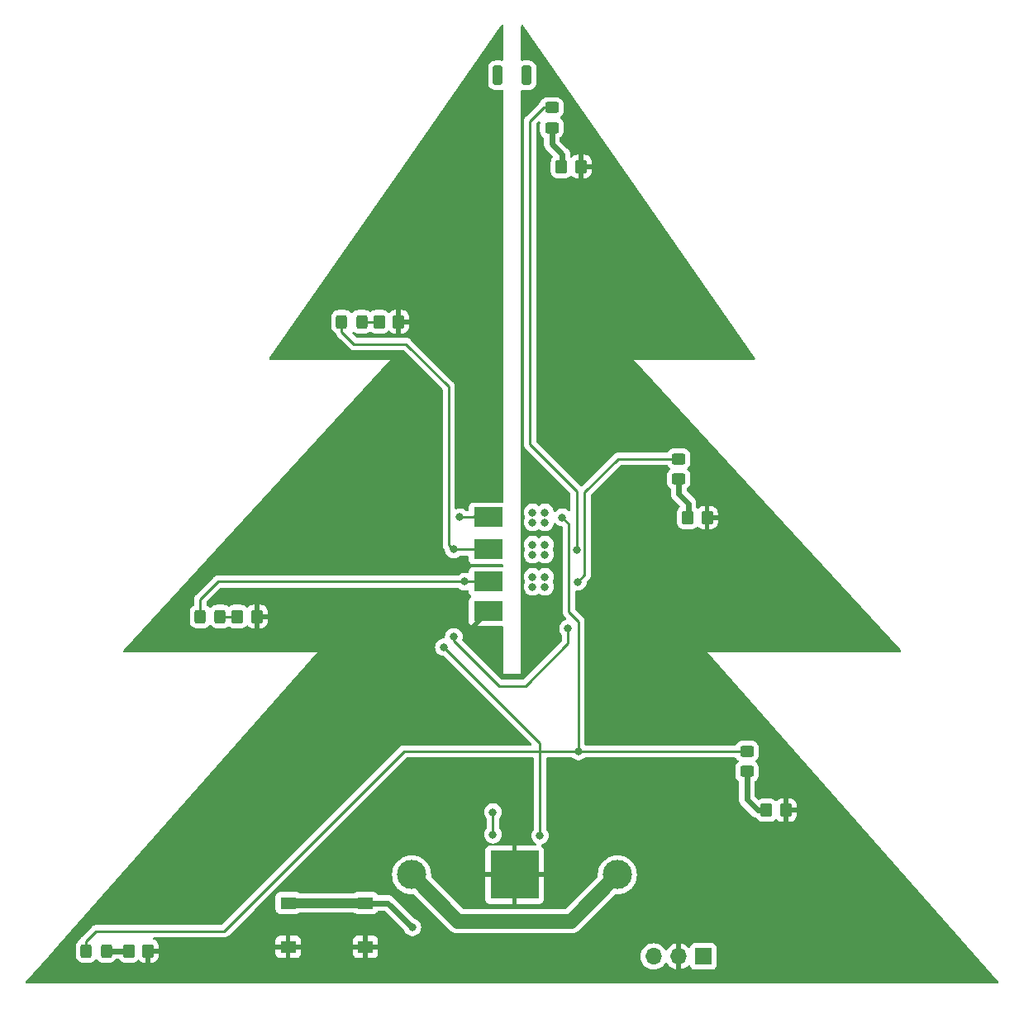
<source format=gtl>
G04 #@! TF.GenerationSoftware,KiCad,Pcbnew,7.0.8*
G04 #@! TF.CreationDate,2024-10-11T08:24:21+02:00*
G04 #@! TF.ProjectId,PCB_Christmas_Tree,5043425f-4368-4726-9973-746d61735f54,rev?*
G04 #@! TF.SameCoordinates,Original*
G04 #@! TF.FileFunction,Copper,L1,Top*
G04 #@! TF.FilePolarity,Positive*
%FSLAX46Y46*%
G04 Gerber Fmt 4.6, Leading zero omitted, Abs format (unit mm)*
G04 Created by KiCad (PCBNEW 7.0.8) date 2024-10-11 08:24:21*
%MOMM*%
%LPD*%
G01*
G04 APERTURE LIST*
G04 Aperture macros list*
%AMRoundRect*
0 Rectangle with rounded corners*
0 $1 Rounding radius*
0 $2 $3 $4 $5 $6 $7 $8 $9 X,Y pos of 4 corners*
0 Add a 4 corners polygon primitive as box body*
4,1,4,$2,$3,$4,$5,$6,$7,$8,$9,$2,$3,0*
0 Add four circle primitives for the rounded corners*
1,1,$1+$1,$2,$3*
1,1,$1+$1,$4,$5*
1,1,$1+$1,$6,$7*
1,1,$1+$1,$8,$9*
0 Add four rect primitives between the rounded corners*
20,1,$1+$1,$2,$3,$4,$5,0*
20,1,$1+$1,$4,$5,$6,$7,0*
20,1,$1+$1,$6,$7,$8,$9,0*
20,1,$1+$1,$8,$9,$2,$3,0*%
G04 Aperture macros list end*
G04 #@! TA.AperFunction,ComponentPad*
%ADD10R,1.700000X1.700000*%
G04 #@! TD*
G04 #@! TA.AperFunction,ComponentPad*
%ADD11O,1.700000X1.700000*%
G04 #@! TD*
G04 #@! TA.AperFunction,SMDPad,CuDef*
%ADD12RoundRect,0.250000X0.325000X0.450000X-0.325000X0.450000X-0.325000X-0.450000X0.325000X-0.450000X0*%
G04 #@! TD*
G04 #@! TA.AperFunction,SMDPad,CuDef*
%ADD13R,1.550000X1.300000*%
G04 #@! TD*
G04 #@! TA.AperFunction,ComponentPad*
%ADD14C,3.000000*%
G04 #@! TD*
G04 #@! TA.AperFunction,SMDPad,CuDef*
%ADD15R,5.000000X5.000000*%
G04 #@! TD*
G04 #@! TA.AperFunction,SMDPad,CuDef*
%ADD16RoundRect,0.250000X-0.350000X-0.450000X0.350000X-0.450000X0.350000X0.450000X-0.350000X0.450000X0*%
G04 #@! TD*
G04 #@! TA.AperFunction,SMDPad,CuDef*
%ADD17RoundRect,0.250000X-0.250000X-0.750000X0.250000X-0.750000X0.250000X0.750000X-0.250000X0.750000X0*%
G04 #@! TD*
G04 #@! TA.AperFunction,SMDPad,CuDef*
%ADD18RoundRect,0.250000X0.450000X-0.325000X0.450000X0.325000X-0.450000X0.325000X-0.450000X-0.325000X0*%
G04 #@! TD*
G04 #@! TA.AperFunction,SMDPad,CuDef*
%ADD19R,3.000000X2.000000*%
G04 #@! TD*
G04 #@! TA.AperFunction,ViaPad*
%ADD20C,0.800000*%
G04 #@! TD*
G04 #@! TA.AperFunction,Conductor*
%ADD21C,1.500000*%
G04 #@! TD*
G04 #@! TA.AperFunction,Conductor*
%ADD22C,0.600000*%
G04 #@! TD*
G04 #@! TA.AperFunction,Conductor*
%ADD23C,0.250000*%
G04 #@! TD*
G04 #@! TA.AperFunction,Conductor*
%ADD24C,1.000000*%
G04 #@! TD*
G04 APERTURE END LIST*
D10*
X169155000Y-134600000D03*
D11*
X166615000Y-134600000D03*
X164075000Y-134600000D03*
D12*
X107995000Y-134030000D03*
X105945000Y-134030000D03*
D13*
X134567000Y-133613000D03*
X126617000Y-133613000D03*
X134567000Y-129113000D03*
X126617000Y-129113000D03*
D14*
X139274000Y-126227000D03*
X160356000Y-126227000D03*
D15*
X149815000Y-126227000D03*
D16*
X154630000Y-53600000D03*
X156630000Y-53600000D03*
D17*
X151039000Y-44241000D03*
D16*
X121445000Y-99740000D03*
X123445000Y-99740000D03*
D18*
X173630000Y-115625000D03*
X173630000Y-113575000D03*
D16*
X175630000Y-119600000D03*
X177630000Y-119600000D03*
D17*
X148118000Y-44241000D03*
D12*
X119670000Y-99740000D03*
X117620000Y-99740000D03*
D16*
X110288000Y-134030000D03*
X112288000Y-134030000D03*
X167542500Y-89600000D03*
X169542500Y-89600000D03*
D19*
X147130000Y-89568000D03*
X147130000Y-92870000D03*
X147130000Y-96172000D03*
X147130000Y-99220000D03*
D18*
X166630000Y-85625000D03*
X166630000Y-83575000D03*
X153630000Y-49625000D03*
X153630000Y-47575000D03*
D16*
X135942000Y-69514000D03*
X137942000Y-69514000D03*
D12*
X134157000Y-69514000D03*
X132107000Y-69514000D03*
D20*
X183995000Y-134036000D03*
X147610000Y-99740000D03*
X134757600Y-127121200D03*
X146340000Y-73070000D03*
X132268400Y-133623600D03*
X154330000Y-94533000D03*
X153604400Y-124276400D03*
X146340000Y-67990000D03*
X158074800Y-124581200D03*
X151724800Y-84855600D03*
X139730000Y-136100000D03*
X152690000Y-62910000D03*
X122718000Y-122600000D03*
X145628800Y-124124000D03*
X112253200Y-136011200D03*
X151420000Y-87243200D03*
X136484800Y-126562400D03*
X158074800Y-122752400D03*
X160564000Y-129407200D03*
X142682400Y-55442400D03*
X128306000Y-89707000D03*
X134605200Y-131337600D03*
X145476400Y-119755200D03*
X154468000Y-135173000D03*
X159497200Y-69514000D03*
X158659000Y-134665000D03*
X154671200Y-87649600D03*
X146340000Y-55290000D03*
X123734000Y-133522000D03*
X157770000Y-121126800D03*
X151674000Y-98724000D03*
X146340000Y-70530000D03*
X146340000Y-80690000D03*
X162138800Y-130931200D03*
X158633600Y-130931200D03*
X154010800Y-119298000D03*
X146340000Y-60370000D03*
X126477200Y-135858800D03*
X152690000Y-73070000D03*
X123327600Y-97809600D03*
X143292000Y-121584000D03*
X120686000Y-120568000D03*
X176413600Y-101975200D03*
X156550800Y-55442400D03*
X146340000Y-65450000D03*
X147559200Y-103448400D03*
X126629600Y-131337600D03*
X146340000Y-83230000D03*
X134554400Y-135808000D03*
X146289200Y-101721200D03*
X150861200Y-119602800D03*
X154330000Y-91358000D03*
X146340000Y-57830000D03*
X146340000Y-75610000D03*
X186268800Y-136011200D03*
X161199000Y-134665000D03*
X145578000Y-128188000D03*
X152690000Y-78150000D03*
X174483200Y-99689200D03*
X176464400Y-97657200D03*
X123378400Y-101772000D03*
X145019200Y-135452400D03*
X151674000Y-99740000D03*
X149337200Y-119602800D03*
X146340000Y-99740000D03*
X130998400Y-131388400D03*
X122667200Y-118637600D03*
X147711600Y-101670400D03*
X152690000Y-57830000D03*
X152690000Y-55290000D03*
X146340000Y-62910000D03*
X152690000Y-65450000D03*
X129779200Y-133522000D03*
X177582000Y-122092000D03*
X152690000Y-70530000D03*
X114082000Y-134030000D03*
X152690000Y-80690000D03*
X180071200Y-119704400D03*
X142225200Y-124428800D03*
X151521600Y-103397600D03*
X154061600Y-126816400D03*
X146340000Y-78150000D03*
X152944000Y-99740000D03*
X177632800Y-117266000D03*
X139634400Y-69412400D03*
X152690000Y-75610000D03*
X151420000Y-101670400D03*
X146340000Y-98724000D03*
X152944000Y-98724000D03*
X152690000Y-67990000D03*
X152690000Y-60370000D03*
X125308800Y-99740000D03*
X147610000Y-98724000D03*
X152842400Y-101670400D03*
X147508400Y-87141600D03*
X146340000Y-96692000D03*
X156296800Y-96178000D03*
X147610000Y-95676000D03*
X152944000Y-96692000D03*
X155293500Y-100946500D03*
X152944000Y-92374000D03*
X151674000Y-92374000D03*
X147610000Y-122092000D03*
X147610000Y-119806000D03*
X146340000Y-95676000D03*
X156195200Y-92876000D03*
X146340000Y-92374000D03*
X143596800Y-101822800D03*
X144714400Y-96172000D03*
X151674000Y-96692000D03*
X152944000Y-95676000D03*
X151674000Y-95676000D03*
X152944000Y-93390000D03*
X143596800Y-92870000D03*
X151674000Y-93390000D03*
X146340000Y-93390000D03*
X147610000Y-93390000D03*
X147610000Y-92374000D03*
X147610000Y-96692000D03*
X146340000Y-90088000D03*
X152436000Y-122219000D03*
X147610000Y-89072000D03*
X152944000Y-90088000D03*
X146340000Y-89072000D03*
X147610000Y-90088000D03*
X151674000Y-90088000D03*
X144206400Y-89568000D03*
X154722000Y-89574000D03*
X139355000Y-131617000D03*
X152944000Y-89072000D03*
X151674000Y-89072000D03*
X156373000Y-113575000D03*
X142580800Y-102889600D03*
X148130000Y-44300000D03*
X151030000Y-44300000D03*
D21*
X155601000Y-130982000D02*
X144029000Y-130982000D01*
X144029000Y-130982000D02*
X139274000Y-126227000D01*
X160356000Y-126227000D02*
X155601000Y-130982000D01*
D22*
X153630000Y-49625000D02*
X153630000Y-51277000D01*
D23*
X134157000Y-69514000D02*
X136029500Y-69514000D01*
D22*
X154717500Y-52364500D02*
X154717500Y-53600000D01*
X153630000Y-51277000D02*
X154717500Y-52364500D01*
D23*
X156195200Y-86862200D02*
X151420000Y-82087000D01*
X143596800Y-92870000D02*
X147130000Y-92870000D01*
X155293500Y-102521300D02*
X155293500Y-100946500D01*
X133386000Y-71800000D02*
X132107000Y-70521000D01*
D22*
X173630000Y-118521000D02*
X174709000Y-119600000D01*
D23*
X145844000Y-92870000D02*
X146340000Y-92374000D01*
D22*
X167630000Y-88137000D02*
X167630000Y-89600000D01*
D23*
X143088800Y-92424800D02*
X143088800Y-76168800D01*
X143596800Y-92870000D02*
X143534000Y-92870000D01*
X150962800Y-106852000D02*
X155293500Y-102521300D01*
X151420000Y-48940000D02*
X152785000Y-47575000D01*
X138720000Y-71800000D02*
X133386000Y-71800000D01*
X143534000Y-92870000D02*
X143088800Y-92424800D01*
X148245000Y-106852000D02*
X150962800Y-106852000D01*
X143088800Y-76168800D02*
X138720000Y-71800000D01*
X146836000Y-92870000D02*
X147130000Y-92870000D01*
X152785000Y-47575000D02*
X153630000Y-47575000D01*
X132107000Y-70521000D02*
X132107000Y-69514000D01*
X143596800Y-101822800D02*
X143596800Y-102203800D01*
X143596800Y-102203800D02*
X148245000Y-106852000D01*
X151420000Y-82087000D02*
X151420000Y-48940000D01*
D22*
X166630000Y-85625000D02*
X166630000Y-87137000D01*
X174709000Y-119600000D02*
X175717500Y-119600000D01*
D23*
X146340000Y-92374000D02*
X146836000Y-92870000D01*
X156195200Y-92876000D02*
X156195200Y-86862200D01*
D22*
X166630000Y-87137000D02*
X167630000Y-88137000D01*
X173630000Y-115625000D02*
X173630000Y-118521000D01*
D23*
X144714400Y-96172000D02*
X145844000Y-96172000D01*
X146836000Y-96172000D02*
X147130000Y-96172000D01*
X157008000Y-86989200D02*
X160422200Y-83575000D01*
X147610000Y-119806000D02*
X147610000Y-122092000D01*
X145844000Y-96172000D02*
X146340000Y-95676000D01*
X160422200Y-83575000D02*
X166630000Y-83575000D01*
X119428000Y-96172000D02*
X117620000Y-97980000D01*
X156296800Y-96178000D02*
X157008000Y-95466800D01*
X144714400Y-96172000D02*
X119428000Y-96172000D01*
X146340000Y-95676000D02*
X146836000Y-96172000D01*
D22*
X110375500Y-134030000D02*
X107995000Y-134030000D01*
D23*
X117620000Y-97980000D02*
X117620000Y-99740000D01*
X157008000Y-95466800D02*
X157008000Y-86989200D01*
X147102000Y-90088000D02*
X147102000Y-89072000D01*
X105945000Y-134030000D02*
X105945000Y-133023000D01*
X146086000Y-89072000D02*
X146086000Y-89072000D01*
X152436000Y-112744800D02*
X152436000Y-113575000D01*
X156373000Y-100248000D02*
X155382400Y-99257400D01*
X147610000Y-89072000D02*
X147130000Y-89568000D01*
X106970000Y-131998000D02*
X120076400Y-131998000D01*
X173630000Y-113575000D02*
X156373000Y-113575000D01*
X119670000Y-99740000D02*
X121532500Y-99740000D01*
X146340000Y-89326000D02*
X146582000Y-89568000D01*
D22*
X139355000Y-131617000D02*
X136851000Y-129113000D01*
D23*
X152436000Y-122219000D02*
X152436000Y-113575000D01*
X147610000Y-90088000D02*
X147102000Y-90088000D01*
X155382400Y-99257400D02*
X155382400Y-90234400D01*
X147102000Y-89072000D02*
X147610000Y-89072000D01*
X155382400Y-90234400D02*
X154722000Y-89574000D01*
X153960000Y-113575000D02*
X152436000Y-113575000D01*
D24*
X126617000Y-129113000D02*
X134567000Y-129113000D01*
D23*
X147559200Y-113575000D02*
X152436000Y-113575000D01*
X105945000Y-133023000D02*
X106970000Y-131998000D01*
X145590000Y-89568000D02*
X146086000Y-89072000D01*
X142580800Y-102889600D02*
X152436000Y-112744800D01*
X138499400Y-113575000D02*
X147559200Y-113575000D01*
X156373000Y-113575000D02*
X156373000Y-100248000D01*
X146582000Y-89568000D02*
X147610000Y-90088000D01*
X120076400Y-131998000D02*
X138499400Y-113575000D01*
X146086000Y-89072000D02*
X146340000Y-89072000D01*
D22*
X136851000Y-129113000D02*
X134567000Y-129113000D01*
D23*
X144206400Y-89568000D02*
X145590000Y-89568000D01*
X156373000Y-113575000D02*
X153960000Y-113575000D01*
X146340000Y-89072000D02*
X146340000Y-89326000D01*
G04 #@! TA.AperFunction,Conductor*
G36*
X150685703Y-39102857D02*
G01*
X150706247Y-39125695D01*
X161623898Y-54799998D01*
X174443308Y-73204628D01*
X174465472Y-73270889D01*
X174448294Y-73338614D01*
X174397228Y-73386301D01*
X174341558Y-73399500D01*
X162080952Y-73399500D01*
X162080006Y-73399458D01*
X162079902Y-73399500D01*
X162079901Y-73399500D01*
X162079821Y-73399532D01*
X162079634Y-73399601D01*
X162079633Y-73399601D01*
X162079621Y-73399606D01*
X162079545Y-73399791D01*
X162079453Y-73399987D01*
X162079538Y-73400193D01*
X162079603Y-73400370D01*
X162080298Y-73401065D01*
X177376656Y-90088000D01*
X189284026Y-103077859D01*
X189388390Y-103191710D01*
X189419180Y-103254430D01*
X189411173Y-103323839D01*
X189366911Y-103377901D01*
X189300448Y-103399452D01*
X189296983Y-103399500D01*
X169582648Y-103399500D01*
X169580022Y-103399416D01*
X169579585Y-103399580D01*
X169579407Y-103399973D01*
X169579567Y-103400392D01*
X169581370Y-103402309D01*
X199397090Y-137193459D01*
X199426684Y-137256751D01*
X199417362Y-137325996D01*
X199372084Y-137379209D01*
X199305224Y-137399495D01*
X199304110Y-137399500D01*
X99855889Y-137399500D01*
X99788850Y-137379815D01*
X99743095Y-137327011D01*
X99733151Y-137257853D01*
X99762176Y-137194297D01*
X99762909Y-137193459D01*
X102113019Y-134530001D01*
X104869500Y-134530001D01*
X104869501Y-134530019D01*
X104880000Y-134632796D01*
X104880001Y-134632799D01*
X104935185Y-134799331D01*
X104935187Y-134799336D01*
X104961921Y-134842679D01*
X105027288Y-134948656D01*
X105151344Y-135072712D01*
X105300666Y-135164814D01*
X105467203Y-135219999D01*
X105569991Y-135230500D01*
X106320008Y-135230499D01*
X106320016Y-135230498D01*
X106320019Y-135230498D01*
X106376302Y-135224748D01*
X106422797Y-135219999D01*
X106589334Y-135164814D01*
X106738656Y-135072712D01*
X106862712Y-134948656D01*
X106864461Y-134945819D01*
X106866169Y-134944283D01*
X106867193Y-134942989D01*
X106867414Y-134943163D01*
X106916406Y-134899096D01*
X106985368Y-134887872D01*
X107049451Y-134915713D01*
X107075537Y-134945817D01*
X107077288Y-134948656D01*
X107201344Y-135072712D01*
X107350666Y-135164814D01*
X107517203Y-135219999D01*
X107619991Y-135230500D01*
X108370008Y-135230499D01*
X108370016Y-135230498D01*
X108370019Y-135230498D01*
X108426302Y-135224748D01*
X108472797Y-135219999D01*
X108639334Y-135164814D01*
X108788656Y-135072712D01*
X108912712Y-134948656D01*
X108949259Y-134889402D01*
X109001207Y-134842679D01*
X109054798Y-134830500D01*
X109203202Y-134830500D01*
X109270241Y-134850185D01*
X109308739Y-134889401D01*
X109345288Y-134948656D01*
X109469344Y-135072712D01*
X109618666Y-135164814D01*
X109785203Y-135219999D01*
X109887991Y-135230500D01*
X110688008Y-135230499D01*
X110688016Y-135230498D01*
X110688019Y-135230498D01*
X110744302Y-135224748D01*
X110790797Y-135219999D01*
X110957334Y-135164814D01*
X111106656Y-135072712D01*
X111200675Y-134978692D01*
X111261994Y-134945210D01*
X111331686Y-134950194D01*
X111376034Y-134978695D01*
X111469654Y-135072315D01*
X111618875Y-135164356D01*
X111618880Y-135164358D01*
X111785302Y-135219505D01*
X111785309Y-135219506D01*
X111888019Y-135229999D01*
X112037999Y-135229999D01*
X112038000Y-135229998D01*
X112038000Y-134280000D01*
X112538000Y-134280000D01*
X112538000Y-135229999D01*
X112687972Y-135229999D01*
X112687986Y-135229998D01*
X112790697Y-135219505D01*
X112957119Y-135164358D01*
X112957124Y-135164356D01*
X113106345Y-135072315D01*
X113230315Y-134948345D01*
X113322356Y-134799124D01*
X113322358Y-134799119D01*
X113377505Y-134632697D01*
X113377506Y-134632690D01*
X113387999Y-134529986D01*
X113388000Y-134529973D01*
X113388000Y-134280000D01*
X112538000Y-134280000D01*
X112038000Y-134280000D01*
X112038000Y-133904000D01*
X112050039Y-133863000D01*
X125342000Y-133863000D01*
X125342000Y-134310844D01*
X125348401Y-134370372D01*
X125348403Y-134370379D01*
X125398645Y-134505086D01*
X125398649Y-134505093D01*
X125484809Y-134620187D01*
X125484812Y-134620190D01*
X125599906Y-134706350D01*
X125599913Y-134706354D01*
X125734620Y-134756596D01*
X125734627Y-134756598D01*
X125794155Y-134762999D01*
X125794172Y-134763000D01*
X126367000Y-134763000D01*
X126367000Y-133863000D01*
X126867000Y-133863000D01*
X126867000Y-134763000D01*
X127439828Y-134763000D01*
X127439844Y-134762999D01*
X127499372Y-134756598D01*
X127499379Y-134756596D01*
X127634086Y-134706354D01*
X127634093Y-134706350D01*
X127749187Y-134620190D01*
X127749190Y-134620187D01*
X127835350Y-134505093D01*
X127835354Y-134505086D01*
X127885596Y-134370379D01*
X127885598Y-134370372D01*
X127891999Y-134310844D01*
X127892000Y-134310827D01*
X127892000Y-133863000D01*
X133292000Y-133863000D01*
X133292000Y-134310844D01*
X133298401Y-134370372D01*
X133298403Y-134370379D01*
X133348645Y-134505086D01*
X133348649Y-134505093D01*
X133434809Y-134620187D01*
X133434812Y-134620190D01*
X133549906Y-134706350D01*
X133549913Y-134706354D01*
X133684620Y-134756596D01*
X133684627Y-134756598D01*
X133744155Y-134762999D01*
X133744172Y-134763000D01*
X134317000Y-134763000D01*
X134317000Y-133863000D01*
X134817000Y-133863000D01*
X134817000Y-134763000D01*
X135389828Y-134763000D01*
X135389844Y-134762999D01*
X135449372Y-134756598D01*
X135449379Y-134756596D01*
X135584086Y-134706354D01*
X135584093Y-134706350D01*
X135699187Y-134620190D01*
X135699190Y-134620187D01*
X135714302Y-134600000D01*
X162719341Y-134600000D01*
X162739936Y-134835403D01*
X162739938Y-134835413D01*
X162801094Y-135063655D01*
X162801096Y-135063659D01*
X162801097Y-135063663D01*
X162884155Y-135241781D01*
X162900965Y-135277830D01*
X162900967Y-135277834D01*
X163009281Y-135432521D01*
X163036505Y-135471401D01*
X163203599Y-135638495D01*
X163300384Y-135706265D01*
X163397165Y-135774032D01*
X163397167Y-135774033D01*
X163397170Y-135774035D01*
X163611337Y-135873903D01*
X163839592Y-135935063D01*
X164016034Y-135950500D01*
X164074999Y-135955659D01*
X164075000Y-135955659D01*
X164075001Y-135955659D01*
X164133966Y-135950500D01*
X164310408Y-135935063D01*
X164538663Y-135873903D01*
X164752830Y-135774035D01*
X164946401Y-135638495D01*
X165113495Y-135471401D01*
X165243730Y-135285405D01*
X165298307Y-135241781D01*
X165367805Y-135234587D01*
X165430160Y-135266110D01*
X165446879Y-135285405D01*
X165576890Y-135471078D01*
X165743917Y-135638105D01*
X165937421Y-135773600D01*
X166151507Y-135873429D01*
X166151516Y-135873433D01*
X166365000Y-135930634D01*
X166365000Y-135035501D01*
X166472685Y-135084680D01*
X166579237Y-135100000D01*
X166650763Y-135100000D01*
X166757315Y-135084680D01*
X166865000Y-135035501D01*
X166865000Y-135930633D01*
X167078483Y-135873433D01*
X167078492Y-135873429D01*
X167292578Y-135773600D01*
X167486078Y-135638108D01*
X167608133Y-135516053D01*
X167669456Y-135482568D01*
X167739148Y-135487552D01*
X167795082Y-135529423D01*
X167811997Y-135560401D01*
X167861202Y-135692328D01*
X167861206Y-135692335D01*
X167947452Y-135807544D01*
X167947455Y-135807547D01*
X168062664Y-135893793D01*
X168062671Y-135893797D01*
X168197517Y-135944091D01*
X168197516Y-135944091D01*
X168204444Y-135944835D01*
X168257127Y-135950500D01*
X170052872Y-135950499D01*
X170112483Y-135944091D01*
X170247331Y-135893796D01*
X170362546Y-135807546D01*
X170448796Y-135692331D01*
X170499091Y-135557483D01*
X170505500Y-135497873D01*
X170505499Y-133702128D01*
X170499091Y-133642517D01*
X170498002Y-133639598D01*
X170448797Y-133507671D01*
X170448793Y-133507664D01*
X170362547Y-133392455D01*
X170362544Y-133392452D01*
X170247335Y-133306206D01*
X170247328Y-133306202D01*
X170112482Y-133255908D01*
X170112483Y-133255908D01*
X170052883Y-133249501D01*
X170052881Y-133249500D01*
X170052873Y-133249500D01*
X170052864Y-133249500D01*
X168257129Y-133249500D01*
X168257123Y-133249501D01*
X168197516Y-133255908D01*
X168062671Y-133306202D01*
X168062664Y-133306206D01*
X167947455Y-133392452D01*
X167947452Y-133392455D01*
X167861206Y-133507664D01*
X167861202Y-133507671D01*
X167811997Y-133639598D01*
X167770126Y-133695532D01*
X167704661Y-133719949D01*
X167636388Y-133705097D01*
X167608134Y-133683946D01*
X167486082Y-133561894D01*
X167292578Y-133426399D01*
X167078492Y-133326570D01*
X167078486Y-133326567D01*
X166865000Y-133269364D01*
X166865000Y-134164498D01*
X166757315Y-134115320D01*
X166650763Y-134100000D01*
X166579237Y-134100000D01*
X166472685Y-134115320D01*
X166365000Y-134164498D01*
X166365000Y-133269364D01*
X166364999Y-133269364D01*
X166151513Y-133326567D01*
X166151507Y-133326570D01*
X165937422Y-133426399D01*
X165937420Y-133426400D01*
X165743926Y-133561886D01*
X165743920Y-133561891D01*
X165576891Y-133728920D01*
X165576890Y-133728922D01*
X165446880Y-133914595D01*
X165392303Y-133958219D01*
X165322804Y-133965412D01*
X165260450Y-133933890D01*
X165243730Y-133914594D01*
X165113494Y-133728597D01*
X164946402Y-133561506D01*
X164946395Y-133561501D01*
X164752834Y-133425967D01*
X164752830Y-133425965D01*
X164752828Y-133425964D01*
X164538663Y-133326097D01*
X164538659Y-133326096D01*
X164538655Y-133326094D01*
X164310413Y-133264938D01*
X164310403Y-133264936D01*
X164075001Y-133244341D01*
X164074999Y-133244341D01*
X163839596Y-133264936D01*
X163839586Y-133264938D01*
X163611344Y-133326094D01*
X163611335Y-133326098D01*
X163397171Y-133425964D01*
X163397169Y-133425965D01*
X163203597Y-133561505D01*
X163036505Y-133728597D01*
X162900965Y-133922169D01*
X162900964Y-133922171D01*
X162801098Y-134136335D01*
X162801094Y-134136344D01*
X162739938Y-134364586D01*
X162739936Y-134364596D01*
X162719341Y-134599999D01*
X162719341Y-134600000D01*
X135714302Y-134600000D01*
X135785350Y-134505093D01*
X135785354Y-134505086D01*
X135835596Y-134370379D01*
X135835598Y-134370372D01*
X135841999Y-134310844D01*
X135842000Y-134310827D01*
X135842000Y-133863000D01*
X134817000Y-133863000D01*
X134317000Y-133863000D01*
X133292000Y-133863000D01*
X127892000Y-133863000D01*
X126867000Y-133863000D01*
X126367000Y-133863000D01*
X125342000Y-133863000D01*
X112050039Y-133863000D01*
X112057685Y-133836961D01*
X112110489Y-133791206D01*
X112162000Y-133780000D01*
X113387999Y-133780000D01*
X113387999Y-133530028D01*
X113387998Y-133530013D01*
X113377505Y-133427302D01*
X113356197Y-133363000D01*
X125342000Y-133363000D01*
X126367000Y-133363000D01*
X126367000Y-132463000D01*
X126867000Y-132463000D01*
X126867000Y-133363000D01*
X127892000Y-133363000D01*
X133292000Y-133363000D01*
X134317000Y-133363000D01*
X134317000Y-132463000D01*
X134817000Y-132463000D01*
X134817000Y-133363000D01*
X135842000Y-133363000D01*
X135842000Y-132915172D01*
X135841999Y-132915155D01*
X135835598Y-132855627D01*
X135835596Y-132855620D01*
X135785354Y-132720913D01*
X135785350Y-132720906D01*
X135699190Y-132605812D01*
X135699187Y-132605809D01*
X135584093Y-132519649D01*
X135584086Y-132519645D01*
X135449379Y-132469403D01*
X135449372Y-132469401D01*
X135389844Y-132463000D01*
X134817000Y-132463000D01*
X134317000Y-132463000D01*
X133744155Y-132463000D01*
X133684627Y-132469401D01*
X133684620Y-132469403D01*
X133549913Y-132519645D01*
X133549906Y-132519649D01*
X133434812Y-132605809D01*
X133434809Y-132605812D01*
X133348649Y-132720906D01*
X133348645Y-132720913D01*
X133298403Y-132855620D01*
X133298401Y-132855627D01*
X133292000Y-132915155D01*
X133292000Y-133363000D01*
X127892000Y-133363000D01*
X127892000Y-132915172D01*
X127891999Y-132915155D01*
X127885598Y-132855627D01*
X127885596Y-132855620D01*
X127835354Y-132720913D01*
X127835350Y-132720906D01*
X127749190Y-132605812D01*
X127749187Y-132605809D01*
X127634093Y-132519649D01*
X127634086Y-132519645D01*
X127499379Y-132469403D01*
X127499372Y-132469401D01*
X127439844Y-132463000D01*
X126867000Y-132463000D01*
X126367000Y-132463000D01*
X125794155Y-132463000D01*
X125734627Y-132469401D01*
X125734620Y-132469403D01*
X125599913Y-132519645D01*
X125599906Y-132519649D01*
X125484812Y-132605809D01*
X125484809Y-132605812D01*
X125398649Y-132720906D01*
X125398645Y-132720913D01*
X125348403Y-132855620D01*
X125348401Y-132855627D01*
X125342000Y-132915155D01*
X125342000Y-133363000D01*
X113356197Y-133363000D01*
X113322358Y-133260880D01*
X113322356Y-133260875D01*
X113230315Y-133111654D01*
X113106345Y-132987684D01*
X112957124Y-132895643D01*
X112957119Y-132895641D01*
X112865271Y-132865206D01*
X112807826Y-132825433D01*
X112781003Y-132760918D01*
X112793318Y-132692142D01*
X112840861Y-132640942D01*
X112904275Y-132623500D01*
X119993657Y-132623500D01*
X120009277Y-132625224D01*
X120009304Y-132624939D01*
X120017060Y-132625671D01*
X120017067Y-132625673D01*
X120086214Y-132623500D01*
X120115750Y-132623500D01*
X120122628Y-132622630D01*
X120128441Y-132622172D01*
X120175027Y-132620709D01*
X120194269Y-132615117D01*
X120213312Y-132611174D01*
X120233192Y-132608664D01*
X120276522Y-132591507D01*
X120282046Y-132589617D01*
X120285796Y-132588527D01*
X120326790Y-132576618D01*
X120344029Y-132566422D01*
X120361503Y-132557862D01*
X120380127Y-132550488D01*
X120380127Y-132550487D01*
X120380132Y-132550486D01*
X120417849Y-132523082D01*
X120422705Y-132519892D01*
X120462820Y-132496170D01*
X120476989Y-132481999D01*
X120491779Y-132469368D01*
X120507987Y-132457594D01*
X120537699Y-132421676D01*
X120541612Y-132417376D01*
X123148118Y-129810870D01*
X125341500Y-129810870D01*
X125341501Y-129810876D01*
X125347908Y-129870483D01*
X125398202Y-130005328D01*
X125398206Y-130005335D01*
X125484452Y-130120544D01*
X125484455Y-130120547D01*
X125599664Y-130206793D01*
X125599671Y-130206797D01*
X125734517Y-130257091D01*
X125734516Y-130257091D01*
X125741444Y-130257835D01*
X125794127Y-130263500D01*
X127439872Y-130263499D01*
X127499483Y-130257091D01*
X127634331Y-130206796D01*
X127692819Y-130163011D01*
X127725920Y-130138233D01*
X127791385Y-130113816D01*
X127800231Y-130113500D01*
X133383769Y-130113500D01*
X133450808Y-130133185D01*
X133458080Y-130138233D01*
X133549668Y-130206795D01*
X133549671Y-130206797D01*
X133684517Y-130257091D01*
X133684516Y-130257091D01*
X133691444Y-130257835D01*
X133744127Y-130263500D01*
X135389872Y-130263499D01*
X135449483Y-130257091D01*
X135584331Y-130206796D01*
X135699546Y-130120546D01*
X135785796Y-130005331D01*
X135789960Y-129994165D01*
X135831829Y-129938234D01*
X135897293Y-129913816D01*
X135906141Y-129913500D01*
X136468060Y-129913500D01*
X136535099Y-129933185D01*
X136555741Y-129949819D01*
X138476262Y-131870340D01*
X138506512Y-131919703D01*
X138527818Y-131985277D01*
X138527821Y-131985284D01*
X138622467Y-132149216D01*
X138701722Y-132237237D01*
X138749129Y-132289888D01*
X138902265Y-132401148D01*
X138902270Y-132401151D01*
X139075192Y-132478142D01*
X139075197Y-132478144D01*
X139260354Y-132517500D01*
X139260355Y-132517500D01*
X139449644Y-132517500D01*
X139449646Y-132517500D01*
X139634803Y-132478144D01*
X139807730Y-132401151D01*
X139960871Y-132289888D01*
X140087533Y-132149216D01*
X140182179Y-131985284D01*
X140240674Y-131805256D01*
X140260460Y-131617000D01*
X140240674Y-131428744D01*
X140182179Y-131248716D01*
X140087533Y-131084784D01*
X139960871Y-130944112D01*
X139960870Y-130944111D01*
X139807734Y-130832851D01*
X139807729Y-130832848D01*
X139639809Y-130758084D01*
X139602564Y-130732486D01*
X137353262Y-128483184D01*
X137353259Y-128483182D01*
X137317904Y-128460966D01*
X137312229Y-128456940D01*
X137279589Y-128430910D01*
X137241959Y-128412787D01*
X137235872Y-128409422D01*
X137200525Y-128387212D01*
X137161114Y-128373421D01*
X137154688Y-128370759D01*
X137117061Y-128352639D01*
X137076345Y-128343345D01*
X137069662Y-128341420D01*
X137030259Y-128327632D01*
X136988763Y-128322955D01*
X136981908Y-128321791D01*
X136941200Y-128312501D01*
X136941196Y-128312500D01*
X136941194Y-128312500D01*
X136941191Y-128312500D01*
X135906141Y-128312500D01*
X135839102Y-128292815D01*
X135793347Y-128240011D01*
X135789969Y-128231859D01*
X135785796Y-128220669D01*
X135785793Y-128220665D01*
X135785793Y-128220664D01*
X135699547Y-128105455D01*
X135699544Y-128105452D01*
X135584335Y-128019206D01*
X135584328Y-128019202D01*
X135449482Y-127968908D01*
X135449483Y-127968908D01*
X135389883Y-127962501D01*
X135389881Y-127962500D01*
X135389873Y-127962500D01*
X135389864Y-127962500D01*
X133744129Y-127962500D01*
X133744123Y-127962501D01*
X133684516Y-127968908D01*
X133549671Y-128019202D01*
X133549668Y-128019204D01*
X133458080Y-128087767D01*
X133392615Y-128112184D01*
X133383769Y-128112500D01*
X127800231Y-128112500D01*
X127733192Y-128092815D01*
X127725920Y-128087767D01*
X127634331Y-128019204D01*
X127634328Y-128019202D01*
X127499482Y-127968908D01*
X127499483Y-127968908D01*
X127439883Y-127962501D01*
X127439881Y-127962500D01*
X127439873Y-127962500D01*
X127439864Y-127962500D01*
X125794129Y-127962500D01*
X125794123Y-127962501D01*
X125734516Y-127968908D01*
X125599671Y-128019202D01*
X125599664Y-128019206D01*
X125484455Y-128105452D01*
X125484452Y-128105455D01*
X125398206Y-128220664D01*
X125398202Y-128220671D01*
X125347908Y-128355517D01*
X125341501Y-128415116D01*
X125341500Y-128415135D01*
X125341500Y-129810870D01*
X123148118Y-129810870D01*
X126731988Y-126227001D01*
X137268390Y-126227001D01*
X137288804Y-126512433D01*
X137349628Y-126792037D01*
X137449635Y-127060166D01*
X137586770Y-127311309D01*
X137586775Y-127311317D01*
X137758254Y-127540387D01*
X137758270Y-127540405D01*
X137960594Y-127742729D01*
X137960612Y-127742745D01*
X138189682Y-127914224D01*
X138189690Y-127914229D01*
X138440833Y-128051364D01*
X138440832Y-128051364D01*
X138440836Y-128051365D01*
X138440839Y-128051367D01*
X138708954Y-128151369D01*
X138708960Y-128151370D01*
X138708962Y-128151371D01*
X138988566Y-128212195D01*
X138988568Y-128212195D01*
X138988572Y-128212196D01*
X139242220Y-128230337D01*
X139273999Y-128232610D01*
X139273999Y-128232609D01*
X139274000Y-128232610D01*
X139438822Y-128220821D01*
X139507095Y-128235673D01*
X139535350Y-128256824D01*
X143092642Y-131814116D01*
X143097279Y-131819304D01*
X143121492Y-131849666D01*
X143172967Y-131894639D01*
X143176000Y-131897474D01*
X143184470Y-131905944D01*
X143210312Y-131927519D01*
X143216814Y-131932947D01*
X143291004Y-131997765D01*
X143294750Y-132000003D01*
X143310624Y-132011265D01*
X143313981Y-132014068D01*
X143399659Y-132062683D01*
X143484236Y-132113215D01*
X143488327Y-132114750D01*
X143505955Y-132122996D01*
X143509755Y-132125153D01*
X143578523Y-132149216D01*
X143602746Y-132157692D01*
X143691930Y-132191164D01*
X143694976Y-132192307D01*
X143697565Y-132192776D01*
X143699274Y-132193087D01*
X143718089Y-132198053D01*
X143722217Y-132199498D01*
X143819527Y-132214910D01*
X143916450Y-132232500D01*
X143916453Y-132232500D01*
X143920828Y-132232500D01*
X143940231Y-132234028D01*
X143941938Y-132234297D01*
X143944540Y-132234710D01*
X144043002Y-132232500D01*
X155527293Y-132232500D01*
X155534231Y-132232889D01*
X155572827Y-132237238D01*
X155572829Y-132237237D01*
X155572830Y-132237238D01*
X155590586Y-132236040D01*
X155641032Y-132232639D01*
X155645188Y-132232500D01*
X155657147Y-132232500D01*
X155657155Y-132232500D01*
X155699123Y-132228722D01*
X155797412Y-132222096D01*
X155801646Y-132221028D01*
X155820841Y-132217767D01*
X155825188Y-132217377D01*
X155920165Y-132191164D01*
X156015683Y-132167096D01*
X156019655Y-132165291D01*
X156037962Y-132158654D01*
X156042170Y-132157493D01*
X156130935Y-132114746D01*
X156220626Y-132074007D01*
X156224220Y-132071516D01*
X156241035Y-132061724D01*
X156244973Y-132059829D01*
X156324676Y-132001921D01*
X156405654Y-131945820D01*
X156408743Y-131942730D01*
X156423545Y-131930088D01*
X156427078Y-131927522D01*
X156495153Y-131856320D01*
X160094650Y-128256822D01*
X160155971Y-128223339D01*
X160191175Y-128220821D01*
X160355999Y-128232610D01*
X160356000Y-128232610D01*
X160641428Y-128212196D01*
X160921046Y-128151369D01*
X161189161Y-128051367D01*
X161440315Y-127914226D01*
X161669395Y-127742739D01*
X161871739Y-127540395D01*
X162043226Y-127311315D01*
X162180367Y-127060161D01*
X162280369Y-126792046D01*
X162341196Y-126512428D01*
X162361610Y-126227000D01*
X162341196Y-125941572D01*
X162280369Y-125661954D01*
X162180367Y-125393839D01*
X162043226Y-125142685D01*
X162043224Y-125142682D01*
X161871745Y-124913612D01*
X161871729Y-124913594D01*
X161669405Y-124711270D01*
X161669387Y-124711254D01*
X161440317Y-124539775D01*
X161440309Y-124539770D01*
X161189166Y-124402635D01*
X161189167Y-124402635D01*
X161081915Y-124362632D01*
X160921046Y-124302631D01*
X160921043Y-124302630D01*
X160921037Y-124302628D01*
X160641433Y-124241804D01*
X160356001Y-124221390D01*
X160355999Y-124221390D01*
X160070566Y-124241804D01*
X159790962Y-124302628D01*
X159522833Y-124402635D01*
X159271690Y-124539770D01*
X159271682Y-124539775D01*
X159042612Y-124711254D01*
X159042594Y-124711270D01*
X158840270Y-124913594D01*
X158840254Y-124913612D01*
X158668775Y-125142682D01*
X158668770Y-125142690D01*
X158531635Y-125393833D01*
X158431628Y-125661962D01*
X158370804Y-125941566D01*
X158350390Y-126226999D01*
X158350390Y-126227000D01*
X158362178Y-126391822D01*
X158347326Y-126460095D01*
X158326175Y-126488349D01*
X155119345Y-129695181D01*
X155058022Y-129728666D01*
X155031664Y-129731500D01*
X144598336Y-129731500D01*
X144531297Y-129711815D01*
X144510655Y-129695181D01*
X141303824Y-126488350D01*
X141297626Y-126477000D01*
X146815000Y-126477000D01*
X146815000Y-128774844D01*
X146821401Y-128834372D01*
X146821403Y-128834379D01*
X146871645Y-128969086D01*
X146871649Y-128969093D01*
X146957809Y-129084187D01*
X146957812Y-129084190D01*
X147072906Y-129170350D01*
X147072913Y-129170354D01*
X147207620Y-129220596D01*
X147207627Y-129220598D01*
X147267155Y-129226999D01*
X147267172Y-129227000D01*
X149565000Y-129227000D01*
X149565000Y-126477000D01*
X150065000Y-126477000D01*
X150065000Y-129227000D01*
X152362828Y-129227000D01*
X152362844Y-129226999D01*
X152422372Y-129220598D01*
X152422379Y-129220596D01*
X152557086Y-129170354D01*
X152557093Y-129170350D01*
X152672187Y-129084190D01*
X152672190Y-129084187D01*
X152758350Y-128969093D01*
X152758354Y-128969086D01*
X152808596Y-128834379D01*
X152808598Y-128834372D01*
X152814999Y-128774844D01*
X152815000Y-128774827D01*
X152815000Y-126477000D01*
X150065000Y-126477000D01*
X149565000Y-126477000D01*
X146815000Y-126477000D01*
X141297626Y-126477000D01*
X141270339Y-126427027D01*
X141267821Y-126391822D01*
X141279610Y-126226999D01*
X141277337Y-126195220D01*
X141259196Y-125941572D01*
X141198369Y-125661954D01*
X141098367Y-125393839D01*
X140961226Y-125142685D01*
X140961224Y-125142682D01*
X140789745Y-124913612D01*
X140789729Y-124913594D01*
X140587405Y-124711270D01*
X140587387Y-124711254D01*
X140358317Y-124539775D01*
X140358309Y-124539770D01*
X140107166Y-124402635D01*
X140107167Y-124402635D01*
X139999915Y-124362632D01*
X139839046Y-124302631D01*
X139839043Y-124302630D01*
X139839037Y-124302628D01*
X139559433Y-124241804D01*
X139274001Y-124221390D01*
X139273999Y-124221390D01*
X138988566Y-124241804D01*
X138708962Y-124302628D01*
X138440833Y-124402635D01*
X138189690Y-124539770D01*
X138189682Y-124539775D01*
X137960612Y-124711254D01*
X137960594Y-124711270D01*
X137758270Y-124913594D01*
X137758254Y-124913612D01*
X137586775Y-125142682D01*
X137586770Y-125142690D01*
X137449635Y-125393833D01*
X137349628Y-125661962D01*
X137288804Y-125941566D01*
X137268390Y-126226998D01*
X137268390Y-126227001D01*
X126731988Y-126227001D01*
X130866990Y-122092000D01*
X146704540Y-122092000D01*
X146724326Y-122280256D01*
X146724327Y-122280259D01*
X146782818Y-122460277D01*
X146782821Y-122460284D01*
X146877467Y-122624216D01*
X146991817Y-122751214D01*
X147004129Y-122764888D01*
X147157265Y-122876148D01*
X147157270Y-122876151D01*
X147330192Y-122953142D01*
X147330197Y-122953144D01*
X147464591Y-122981710D01*
X147526073Y-123014902D01*
X147559849Y-123076065D01*
X147555197Y-123145780D01*
X147513592Y-123201912D01*
X147448245Y-123226641D01*
X147438810Y-123227000D01*
X147267155Y-123227000D01*
X147207627Y-123233401D01*
X147207620Y-123233403D01*
X147072913Y-123283645D01*
X147072906Y-123283649D01*
X146957812Y-123369809D01*
X146957809Y-123369812D01*
X146871649Y-123484906D01*
X146871645Y-123484913D01*
X146821403Y-123619620D01*
X146821401Y-123619627D01*
X146815000Y-123679155D01*
X146815000Y-125977000D01*
X149565000Y-125977000D01*
X149565000Y-123227000D01*
X147781190Y-123227000D01*
X147714151Y-123207315D01*
X147668396Y-123154511D01*
X147658452Y-123085353D01*
X147687477Y-123021797D01*
X147746255Y-122984023D01*
X147755409Y-122981710D01*
X147889803Y-122953144D01*
X148062730Y-122876151D01*
X148215871Y-122764888D01*
X148342533Y-122624216D01*
X148437179Y-122460284D01*
X148495674Y-122280256D01*
X148515460Y-122092000D01*
X148495674Y-121903744D01*
X148437179Y-121723716D01*
X148342533Y-121559784D01*
X148324982Y-121540292D01*
X148267350Y-121476284D01*
X148237120Y-121413292D01*
X148235500Y-121393312D01*
X148235500Y-120504687D01*
X148255185Y-120437648D01*
X148267350Y-120421715D01*
X148297949Y-120387731D01*
X148342533Y-120338216D01*
X148437179Y-120174284D01*
X148495674Y-119994256D01*
X148515460Y-119806000D01*
X148495674Y-119617744D01*
X148437179Y-119437716D01*
X148342533Y-119273784D01*
X148215871Y-119133112D01*
X148170335Y-119100028D01*
X148062734Y-119021851D01*
X148062729Y-119021848D01*
X147889807Y-118944857D01*
X147889802Y-118944855D01*
X147720303Y-118908828D01*
X147704646Y-118905500D01*
X147515354Y-118905500D01*
X147499697Y-118908828D01*
X147330197Y-118944855D01*
X147330192Y-118944857D01*
X147157270Y-119021848D01*
X147157265Y-119021851D01*
X147004129Y-119133111D01*
X146877466Y-119273785D01*
X146782821Y-119437715D01*
X146782818Y-119437722D01*
X146724327Y-119617740D01*
X146724326Y-119617744D01*
X146704540Y-119806000D01*
X146724326Y-119994256D01*
X146724327Y-119994259D01*
X146782818Y-120174277D01*
X146782821Y-120174284D01*
X146877467Y-120338216D01*
X146907504Y-120371575D01*
X146952650Y-120421715D01*
X146982880Y-120484706D01*
X146984500Y-120504687D01*
X146984500Y-121393312D01*
X146964815Y-121460351D01*
X146952650Y-121476284D01*
X146877466Y-121559784D01*
X146782821Y-121723715D01*
X146782818Y-121723722D01*
X146724327Y-121903740D01*
X146724326Y-121903744D01*
X146704540Y-122092000D01*
X130866990Y-122092000D01*
X138722172Y-114236819D01*
X138783495Y-114203334D01*
X138809853Y-114200500D01*
X147480181Y-114200500D01*
X151686500Y-114200500D01*
X151753539Y-114220185D01*
X151799294Y-114272989D01*
X151810500Y-114324500D01*
X151810500Y-121520312D01*
X151790815Y-121587351D01*
X151778650Y-121603284D01*
X151703466Y-121686784D01*
X151608821Y-121850715D01*
X151608818Y-121850722D01*
X151550327Y-122030740D01*
X151550326Y-122030744D01*
X151530540Y-122219000D01*
X151550326Y-122407256D01*
X151550327Y-122407259D01*
X151608818Y-122587277D01*
X151608821Y-122587284D01*
X151703467Y-122751216D01*
X151815957Y-122876148D01*
X151830129Y-122891888D01*
X151982624Y-123002682D01*
X152025290Y-123058012D01*
X152031269Y-123127625D01*
X151998663Y-123189420D01*
X151937825Y-123223777D01*
X151909739Y-123227000D01*
X150065000Y-123227000D01*
X150065000Y-125977000D01*
X152815000Y-125977000D01*
X152815000Y-123679172D01*
X152814999Y-123679155D01*
X152808598Y-123619627D01*
X152808596Y-123619620D01*
X152758354Y-123484913D01*
X152758350Y-123484906D01*
X152672190Y-123369812D01*
X152599197Y-123315169D01*
X152557327Y-123259235D01*
X152552343Y-123189544D01*
X152585829Y-123128221D01*
X152647152Y-123094736D01*
X152715803Y-123080144D01*
X152888730Y-123003151D01*
X153041871Y-122891888D01*
X153168533Y-122751216D01*
X153263179Y-122587284D01*
X153321674Y-122407256D01*
X153341460Y-122219000D01*
X153321674Y-122030744D01*
X153263179Y-121850716D01*
X153168533Y-121686784D01*
X153093350Y-121603284D01*
X153063120Y-121540292D01*
X153061500Y-121520312D01*
X153061500Y-114324500D01*
X153081185Y-114257461D01*
X153133989Y-114211706D01*
X153185500Y-114200500D01*
X153880981Y-114200500D01*
X155669252Y-114200500D01*
X155736291Y-114220185D01*
X155761400Y-114241526D01*
X155767126Y-114247885D01*
X155767130Y-114247889D01*
X155920265Y-114359148D01*
X155920270Y-114359151D01*
X156093192Y-114436142D01*
X156093197Y-114436144D01*
X156278354Y-114475500D01*
X156278355Y-114475500D01*
X156467644Y-114475500D01*
X156467646Y-114475500D01*
X156652803Y-114436144D01*
X156825730Y-114359151D01*
X156978871Y-114247888D01*
X156981788Y-114244647D01*
X156984600Y-114241526D01*
X157044087Y-114204879D01*
X157076748Y-114200500D01*
X172414362Y-114200500D01*
X172481401Y-114220185D01*
X172519899Y-114259401D01*
X172587288Y-114368656D01*
X172587289Y-114368657D01*
X172711346Y-114492714D01*
X172714182Y-114494463D01*
X172715717Y-114496170D01*
X172717011Y-114497193D01*
X172716836Y-114497414D01*
X172760905Y-114546411D01*
X172772126Y-114615374D01*
X172744282Y-114679456D01*
X172714182Y-114705537D01*
X172711346Y-114707285D01*
X172587289Y-114831342D01*
X172495187Y-114980663D01*
X172495186Y-114980666D01*
X172440001Y-115147203D01*
X172440001Y-115147204D01*
X172440000Y-115147204D01*
X172429500Y-115249983D01*
X172429500Y-116000001D01*
X172429501Y-116000019D01*
X172440000Y-116102796D01*
X172440001Y-116102799D01*
X172495185Y-116269331D01*
X172495186Y-116269334D01*
X172587288Y-116418656D01*
X172711344Y-116542712D01*
X172770596Y-116579258D01*
X172817321Y-116631204D01*
X172829500Y-116684797D01*
X172829500Y-118611191D01*
X172829501Y-118611200D01*
X172838791Y-118651908D01*
X172839955Y-118658763D01*
X172844632Y-118700259D01*
X172858420Y-118739662D01*
X172860345Y-118746345D01*
X172869639Y-118787061D01*
X172887759Y-118824688D01*
X172890421Y-118831114D01*
X172904212Y-118870525D01*
X172926422Y-118905872D01*
X172929787Y-118911959D01*
X172947910Y-118949589D01*
X172973940Y-118982229D01*
X172977966Y-118987904D01*
X173000182Y-119023259D01*
X173000184Y-119023262D01*
X174206740Y-120229818D01*
X174219790Y-120238017D01*
X174242104Y-120252038D01*
X174247757Y-120256049D01*
X174280413Y-120282091D01*
X174318044Y-120300213D01*
X174324106Y-120303563D01*
X174359478Y-120325789D01*
X174398898Y-120339583D01*
X174405326Y-120342245D01*
X174442939Y-120360359D01*
X174483655Y-120369652D01*
X174490324Y-120371574D01*
X174529745Y-120385368D01*
X174550727Y-120387732D01*
X174615139Y-120414796D01*
X174642383Y-120445855D01*
X174687285Y-120518652D01*
X174687288Y-120518656D01*
X174811344Y-120642712D01*
X174960666Y-120734814D01*
X175127203Y-120789999D01*
X175229991Y-120800500D01*
X176030008Y-120800499D01*
X176030016Y-120800498D01*
X176030019Y-120800498D01*
X176086302Y-120794748D01*
X176132797Y-120789999D01*
X176299334Y-120734814D01*
X176448656Y-120642712D01*
X176542675Y-120548692D01*
X176603994Y-120515210D01*
X176673686Y-120520194D01*
X176718034Y-120548695D01*
X176811654Y-120642315D01*
X176960875Y-120734356D01*
X176960880Y-120734358D01*
X177127302Y-120789505D01*
X177127309Y-120789506D01*
X177230019Y-120799999D01*
X177379999Y-120799999D01*
X177380000Y-120799998D01*
X177380000Y-119850000D01*
X177880000Y-119850000D01*
X177880000Y-120799999D01*
X178029972Y-120799999D01*
X178029986Y-120799998D01*
X178132697Y-120789505D01*
X178299119Y-120734358D01*
X178299124Y-120734356D01*
X178448345Y-120642315D01*
X178572315Y-120518345D01*
X178664356Y-120369124D01*
X178664358Y-120369119D01*
X178719505Y-120202697D01*
X178719506Y-120202690D01*
X178729999Y-120099986D01*
X178730000Y-120099973D01*
X178730000Y-119850000D01*
X177880000Y-119850000D01*
X177380000Y-119850000D01*
X177380000Y-118400000D01*
X177880000Y-118400000D01*
X177880000Y-119350000D01*
X178729999Y-119350000D01*
X178729999Y-119100028D01*
X178729998Y-119100013D01*
X178719505Y-118997302D01*
X178664358Y-118830880D01*
X178664356Y-118830875D01*
X178572315Y-118681654D01*
X178448345Y-118557684D01*
X178299124Y-118465643D01*
X178299119Y-118465641D01*
X178132697Y-118410494D01*
X178132690Y-118410493D01*
X178029986Y-118400000D01*
X177880000Y-118400000D01*
X177380000Y-118400000D01*
X177230027Y-118400000D01*
X177230012Y-118400001D01*
X177127302Y-118410494D01*
X176960880Y-118465641D01*
X176960875Y-118465643D01*
X176811657Y-118557682D01*
X176718034Y-118651305D01*
X176656710Y-118684789D01*
X176587019Y-118679805D01*
X176542672Y-118651304D01*
X176448657Y-118557289D01*
X176448656Y-118557288D01*
X176299334Y-118465186D01*
X176132797Y-118410001D01*
X176132795Y-118410000D01*
X176030010Y-118399500D01*
X175229998Y-118399500D01*
X175229980Y-118399501D01*
X175127203Y-118410000D01*
X175127200Y-118410001D01*
X174960668Y-118465185D01*
X174960659Y-118465189D01*
X174886765Y-118510768D01*
X174819373Y-118529208D01*
X174752709Y-118508285D01*
X174733988Y-118492910D01*
X174466819Y-118225741D01*
X174433334Y-118164418D01*
X174430500Y-118138060D01*
X174430500Y-116684797D01*
X174450185Y-116617758D01*
X174489403Y-116579258D01*
X174548656Y-116542712D01*
X174672712Y-116418656D01*
X174764814Y-116269334D01*
X174819999Y-116102797D01*
X174830500Y-116000009D01*
X174830499Y-115249992D01*
X174819999Y-115147203D01*
X174764814Y-114980666D01*
X174672712Y-114831344D01*
X174548656Y-114707288D01*
X174545819Y-114705538D01*
X174544283Y-114703830D01*
X174542989Y-114702807D01*
X174543163Y-114702585D01*
X174499096Y-114653594D01*
X174487872Y-114584632D01*
X174515713Y-114520549D01*
X174545817Y-114494462D01*
X174548656Y-114492712D01*
X174672712Y-114368656D01*
X174764814Y-114219334D01*
X174819999Y-114052797D01*
X174830500Y-113950009D01*
X174830499Y-113199992D01*
X174825967Y-113155631D01*
X174819999Y-113097203D01*
X174819998Y-113097200D01*
X174764814Y-112930666D01*
X174672712Y-112781344D01*
X174548656Y-112657288D01*
X174399334Y-112565186D01*
X174232797Y-112510001D01*
X174232795Y-112510000D01*
X174130010Y-112499500D01*
X173129998Y-112499500D01*
X173129980Y-112499501D01*
X173027203Y-112510000D01*
X173027200Y-112510001D01*
X172860668Y-112565185D01*
X172860663Y-112565187D01*
X172711342Y-112657289D01*
X172587289Y-112781342D01*
X172587288Y-112781344D01*
X172528281Y-112877011D01*
X172519901Y-112890597D01*
X172467953Y-112937321D01*
X172414362Y-112949500D01*
X157122500Y-112949500D01*
X157055461Y-112929815D01*
X157009706Y-112877011D01*
X156998500Y-112825500D01*
X156998500Y-100330742D01*
X157000224Y-100315122D01*
X156999939Y-100315096D01*
X157000671Y-100307340D01*
X157000673Y-100307333D01*
X156998500Y-100238185D01*
X156998500Y-100208650D01*
X156997631Y-100201772D01*
X156997172Y-100195943D01*
X156995709Y-100149372D01*
X156990122Y-100130144D01*
X156986174Y-100111084D01*
X156983663Y-100091204D01*
X156966512Y-100047887D01*
X156964619Y-100042358D01*
X156951618Y-99997609D01*
X156951616Y-99997606D01*
X156941423Y-99980371D01*
X156932861Y-99962894D01*
X156925487Y-99944270D01*
X156925486Y-99944268D01*
X156898079Y-99906545D01*
X156894888Y-99901686D01*
X156871172Y-99861583D01*
X156871165Y-99861574D01*
X156857006Y-99847415D01*
X156844368Y-99832619D01*
X156832594Y-99816413D01*
X156796688Y-99786709D01*
X156792376Y-99782786D01*
X156044219Y-99034628D01*
X156010734Y-98973305D01*
X156007900Y-98946947D01*
X156007900Y-97190337D01*
X156027585Y-97123298D01*
X156080389Y-97077543D01*
X156149547Y-97067599D01*
X156157680Y-97069047D01*
X156165189Y-97070643D01*
X156202154Y-97078500D01*
X156202155Y-97078500D01*
X156391444Y-97078500D01*
X156391446Y-97078500D01*
X156576603Y-97039144D01*
X156749530Y-96962151D01*
X156902671Y-96850888D01*
X157029333Y-96710216D01*
X157123979Y-96546284D01*
X157182474Y-96366256D01*
X157200121Y-96198345D01*
X157226705Y-96133732D01*
X157235752Y-96123636D01*
X157391786Y-95967602D01*
X157404048Y-95957780D01*
X157403865Y-95957559D01*
X157409867Y-95952592D01*
X157409877Y-95952586D01*
X157457241Y-95902148D01*
X157478120Y-95881270D01*
X157482373Y-95875786D01*
X157486150Y-95871363D01*
X157518062Y-95837382D01*
X157527714Y-95819823D01*
X157538389Y-95803572D01*
X157550674Y-95787736D01*
X157569186Y-95744952D01*
X157571742Y-95739735D01*
X157594197Y-95698892D01*
X157599180Y-95679480D01*
X157605477Y-95661091D01*
X157613438Y-95642695D01*
X157620729Y-95596653D01*
X157621908Y-95590962D01*
X157633500Y-95545819D01*
X157633500Y-95525783D01*
X157635027Y-95506382D01*
X157635171Y-95505474D01*
X157638160Y-95486604D01*
X157633775Y-95440215D01*
X157633500Y-95434377D01*
X157633500Y-87299652D01*
X157653185Y-87232613D01*
X157669819Y-87211971D01*
X160644972Y-84236819D01*
X160706295Y-84203334D01*
X160732653Y-84200500D01*
X165414362Y-84200500D01*
X165481401Y-84220185D01*
X165519901Y-84259403D01*
X165587289Y-84368657D01*
X165711346Y-84492714D01*
X165714182Y-84494463D01*
X165715717Y-84496170D01*
X165717011Y-84497193D01*
X165716836Y-84497414D01*
X165760905Y-84546411D01*
X165772126Y-84615374D01*
X165744282Y-84679456D01*
X165714182Y-84705537D01*
X165711346Y-84707285D01*
X165587289Y-84831342D01*
X165495187Y-84980663D01*
X165495186Y-84980666D01*
X165440001Y-85147203D01*
X165440001Y-85147204D01*
X165440000Y-85147204D01*
X165429500Y-85249983D01*
X165429500Y-86000001D01*
X165429501Y-86000019D01*
X165440000Y-86102796D01*
X165440001Y-86102799D01*
X165495185Y-86269331D01*
X165495186Y-86269334D01*
X165587288Y-86418656D01*
X165711344Y-86542712D01*
X165770596Y-86579258D01*
X165817321Y-86631204D01*
X165829500Y-86684797D01*
X165829500Y-87227191D01*
X165829501Y-87227200D01*
X165838791Y-87267908D01*
X165839955Y-87274763D01*
X165844632Y-87316259D01*
X165858420Y-87355662D01*
X165860345Y-87362345D01*
X165869639Y-87403061D01*
X165887759Y-87440688D01*
X165890421Y-87447114D01*
X165904212Y-87486525D01*
X165926422Y-87521872D01*
X165929787Y-87527959D01*
X165947910Y-87565589D01*
X165973940Y-87598229D01*
X165977966Y-87603904D01*
X166000182Y-87639259D01*
X166000184Y-87639262D01*
X166733859Y-88372937D01*
X166767344Y-88434260D01*
X166762360Y-88503952D01*
X166727964Y-88551194D01*
X166728951Y-88552181D01*
X166599789Y-88681342D01*
X166507687Y-88830663D01*
X166507685Y-88830668D01*
X166482326Y-88907197D01*
X166452501Y-88997203D01*
X166452501Y-88997204D01*
X166452500Y-88997204D01*
X166442000Y-89099983D01*
X166442000Y-90100001D01*
X166442001Y-90100019D01*
X166452500Y-90202796D01*
X166452501Y-90202799D01*
X166501991Y-90352148D01*
X166507686Y-90369334D01*
X166599788Y-90518656D01*
X166723844Y-90642712D01*
X166873166Y-90734814D01*
X167039703Y-90789999D01*
X167142491Y-90800500D01*
X167942508Y-90800499D01*
X167942516Y-90800498D01*
X167942519Y-90800498D01*
X168019071Y-90792678D01*
X168045297Y-90789999D01*
X168211834Y-90734814D01*
X168361156Y-90642712D01*
X168455175Y-90548692D01*
X168516494Y-90515210D01*
X168586186Y-90520194D01*
X168630534Y-90548695D01*
X168724154Y-90642315D01*
X168873375Y-90734356D01*
X168873380Y-90734358D01*
X169039802Y-90789505D01*
X169039809Y-90789506D01*
X169142519Y-90799999D01*
X169292499Y-90799999D01*
X169292500Y-90799998D01*
X169292500Y-89850000D01*
X169792500Y-89850000D01*
X169792500Y-90799999D01*
X169942472Y-90799999D01*
X169942486Y-90799998D01*
X170045197Y-90789505D01*
X170211619Y-90734358D01*
X170211624Y-90734356D01*
X170360845Y-90642315D01*
X170484815Y-90518345D01*
X170576856Y-90369124D01*
X170576858Y-90369119D01*
X170632005Y-90202697D01*
X170632006Y-90202690D01*
X170642499Y-90099986D01*
X170642500Y-90099973D01*
X170642500Y-89850000D01*
X169792500Y-89850000D01*
X169292500Y-89850000D01*
X169292500Y-88400000D01*
X169792500Y-88400000D01*
X169792500Y-89350000D01*
X170642499Y-89350000D01*
X170642499Y-89100028D01*
X170642498Y-89100013D01*
X170632005Y-88997302D01*
X170576858Y-88830880D01*
X170576856Y-88830875D01*
X170484815Y-88681654D01*
X170360845Y-88557684D01*
X170211624Y-88465643D01*
X170211619Y-88465641D01*
X170045197Y-88410494D01*
X170045190Y-88410493D01*
X169942486Y-88400000D01*
X169792500Y-88400000D01*
X169292500Y-88400000D01*
X169142527Y-88400000D01*
X169142512Y-88400001D01*
X169039802Y-88410494D01*
X168873380Y-88465641D01*
X168873375Y-88465643D01*
X168724154Y-88557684D01*
X168642181Y-88639658D01*
X168580858Y-88673143D01*
X168511166Y-88668159D01*
X168455233Y-88626287D01*
X168430816Y-88560823D01*
X168430500Y-88551977D01*
X168430500Y-88046807D01*
X168430500Y-88046806D01*
X168421207Y-88006093D01*
X168420042Y-87999233D01*
X168415368Y-87957745D01*
X168415367Y-87957742D01*
X168401576Y-87918328D01*
X168399650Y-87911641D01*
X168390360Y-87870939D01*
X168372238Y-87833307D01*
X168369583Y-87826899D01*
X168355789Y-87787478D01*
X168333574Y-87752123D01*
X168330208Y-87746033D01*
X168312092Y-87708415D01*
X168312090Y-87708411D01*
X168286060Y-87675770D01*
X168282033Y-87670096D01*
X168259816Y-87634738D01*
X167466819Y-86841741D01*
X167433334Y-86780418D01*
X167430500Y-86754060D01*
X167430500Y-86684797D01*
X167450185Y-86617758D01*
X167489403Y-86579258D01*
X167548656Y-86542712D01*
X167672712Y-86418656D01*
X167764814Y-86269334D01*
X167819999Y-86102797D01*
X167830500Y-86000009D01*
X167830499Y-85249992D01*
X167819999Y-85147203D01*
X167764814Y-84980666D01*
X167672712Y-84831344D01*
X167548656Y-84707288D01*
X167545819Y-84705538D01*
X167544283Y-84703830D01*
X167542989Y-84702807D01*
X167543163Y-84702585D01*
X167499096Y-84653594D01*
X167487872Y-84584632D01*
X167515713Y-84520549D01*
X167545817Y-84494462D01*
X167548656Y-84492712D01*
X167672712Y-84368656D01*
X167764814Y-84219334D01*
X167819999Y-84052797D01*
X167830500Y-83950009D01*
X167830499Y-83199992D01*
X167825967Y-83155631D01*
X167819999Y-83097203D01*
X167819998Y-83097200D01*
X167813248Y-83076829D01*
X167764814Y-82930666D01*
X167672712Y-82781344D01*
X167548656Y-82657288D01*
X167399334Y-82565186D01*
X167232797Y-82510001D01*
X167232795Y-82510000D01*
X167130010Y-82499500D01*
X166129998Y-82499500D01*
X166129980Y-82499501D01*
X166027203Y-82510000D01*
X166027200Y-82510001D01*
X165860668Y-82565185D01*
X165860663Y-82565187D01*
X165711342Y-82657289D01*
X165587289Y-82781342D01*
X165519901Y-82890597D01*
X165467953Y-82937321D01*
X165414362Y-82949500D01*
X160504943Y-82949500D01*
X160489322Y-82947775D01*
X160489296Y-82948061D01*
X160481534Y-82947327D01*
X160481533Y-82947327D01*
X160412386Y-82949500D01*
X160382849Y-82949500D01*
X160375966Y-82950369D01*
X160370149Y-82950826D01*
X160323573Y-82952290D01*
X160304329Y-82957881D01*
X160285279Y-82961825D01*
X160265411Y-82964334D01*
X160222084Y-82981488D01*
X160216558Y-82983379D01*
X160171814Y-82996379D01*
X160171810Y-82996381D01*
X160154566Y-83006579D01*
X160137105Y-83015133D01*
X160118474Y-83022510D01*
X160118462Y-83022517D01*
X160080770Y-83049902D01*
X160075887Y-83053109D01*
X160035780Y-83076829D01*
X160021614Y-83090995D01*
X160006824Y-83103627D01*
X159990614Y-83115404D01*
X159990611Y-83115407D01*
X159960910Y-83151309D01*
X159956977Y-83155631D01*
X156752780Y-86359828D01*
X156691457Y-86393313D01*
X156621765Y-86388329D01*
X156577418Y-86359828D01*
X152081819Y-81864228D01*
X152048334Y-81802905D01*
X152045500Y-81776547D01*
X152045500Y-49250451D01*
X152065185Y-49183412D01*
X152081815Y-49162774D01*
X152239840Y-49004749D01*
X152301162Y-48971265D01*
X152370854Y-48976249D01*
X152426787Y-49018121D01*
X152451204Y-49083585D01*
X152445227Y-49131433D01*
X152440000Y-49147205D01*
X152429500Y-49249983D01*
X152429500Y-50000001D01*
X152429501Y-50000019D01*
X152440000Y-50102796D01*
X152440001Y-50102799D01*
X152495185Y-50269331D01*
X152495186Y-50269334D01*
X152587288Y-50418656D01*
X152711344Y-50542712D01*
X152770596Y-50579258D01*
X152817321Y-50631204D01*
X152829500Y-50684797D01*
X152829500Y-51367191D01*
X152829501Y-51367200D01*
X152838791Y-51407908D01*
X152839955Y-51414763D01*
X152844632Y-51456259D01*
X152858420Y-51495662D01*
X152860345Y-51502345D01*
X152869639Y-51543061D01*
X152887759Y-51580688D01*
X152890421Y-51587114D01*
X152904212Y-51626525D01*
X152926422Y-51661872D01*
X152929787Y-51667959D01*
X152947910Y-51705589D01*
X152973940Y-51738229D01*
X152977966Y-51743904D01*
X153000182Y-51779259D01*
X153000184Y-51779262D01*
X153707096Y-52486174D01*
X153740581Y-52547497D01*
X153735597Y-52617189D01*
X153707096Y-52661536D01*
X153687289Y-52681342D01*
X153595187Y-52830663D01*
X153595185Y-52830668D01*
X153595115Y-52830880D01*
X153540001Y-52997203D01*
X153540001Y-52997204D01*
X153540000Y-52997204D01*
X153529500Y-53099983D01*
X153529500Y-54100001D01*
X153529501Y-54100019D01*
X153540000Y-54202796D01*
X153540001Y-54202799D01*
X153595115Y-54369119D01*
X153595186Y-54369334D01*
X153687288Y-54518656D01*
X153811344Y-54642712D01*
X153960666Y-54734814D01*
X154127203Y-54789999D01*
X154229991Y-54800500D01*
X155030008Y-54800499D01*
X155030016Y-54800498D01*
X155030019Y-54800498D01*
X155086302Y-54794748D01*
X155132797Y-54789999D01*
X155299334Y-54734814D01*
X155448656Y-54642712D01*
X155542675Y-54548692D01*
X155603994Y-54515210D01*
X155673686Y-54520194D01*
X155718034Y-54548695D01*
X155811654Y-54642315D01*
X155960875Y-54734356D01*
X155960880Y-54734358D01*
X156127302Y-54789505D01*
X156127309Y-54789506D01*
X156230019Y-54799999D01*
X156379999Y-54799999D01*
X156380000Y-54799998D01*
X156380000Y-53850000D01*
X156880000Y-53850000D01*
X156880000Y-54799999D01*
X157029972Y-54799999D01*
X157029986Y-54799998D01*
X157132697Y-54789505D01*
X157299119Y-54734358D01*
X157299124Y-54734356D01*
X157448345Y-54642315D01*
X157572315Y-54518345D01*
X157664356Y-54369124D01*
X157664358Y-54369119D01*
X157719505Y-54202697D01*
X157719506Y-54202690D01*
X157729999Y-54099986D01*
X157730000Y-54099973D01*
X157730000Y-53850000D01*
X156880000Y-53850000D01*
X156380000Y-53850000D01*
X156380000Y-52400000D01*
X156880000Y-52400000D01*
X156880000Y-53350000D01*
X157729999Y-53350000D01*
X157729999Y-53100028D01*
X157729998Y-53100013D01*
X157719505Y-52997302D01*
X157664358Y-52830880D01*
X157664356Y-52830875D01*
X157572315Y-52681654D01*
X157448345Y-52557684D01*
X157299124Y-52465643D01*
X157299119Y-52465641D01*
X157132697Y-52410494D01*
X157132690Y-52410493D01*
X157029986Y-52400000D01*
X156880000Y-52400000D01*
X156380000Y-52400000D01*
X156230027Y-52400000D01*
X156230012Y-52400001D01*
X156127302Y-52410494D01*
X155960880Y-52465641D01*
X155960875Y-52465643D01*
X155811654Y-52557684D01*
X155729681Y-52639658D01*
X155668358Y-52673143D01*
X155598666Y-52668159D01*
X155542733Y-52626287D01*
X155518316Y-52560823D01*
X155518000Y-52551977D01*
X155518000Y-52274307D01*
X155518000Y-52274306D01*
X155508707Y-52233593D01*
X155507542Y-52226733D01*
X155502868Y-52185245D01*
X155502867Y-52185242D01*
X155489076Y-52145828D01*
X155487150Y-52139141D01*
X155477861Y-52098441D01*
X155459744Y-52060820D01*
X155457081Y-52054391D01*
X155443289Y-52014977D01*
X155432077Y-51997135D01*
X155421067Y-51979612D01*
X155417706Y-51973530D01*
X155399591Y-51935912D01*
X155399590Y-51935911D01*
X155373555Y-51903265D01*
X155369528Y-51897589D01*
X155347316Y-51862238D01*
X155219762Y-51734684D01*
X154466819Y-50981741D01*
X154433334Y-50920418D01*
X154430500Y-50894060D01*
X154430500Y-50684797D01*
X154450185Y-50617758D01*
X154489403Y-50579258D01*
X154548656Y-50542712D01*
X154672712Y-50418656D01*
X154764814Y-50269334D01*
X154819999Y-50102797D01*
X154830500Y-50000009D01*
X154830499Y-49249992D01*
X154819999Y-49147203D01*
X154764814Y-48980666D01*
X154672712Y-48831344D01*
X154548656Y-48707288D01*
X154545819Y-48705538D01*
X154544283Y-48703830D01*
X154542989Y-48702807D01*
X154543163Y-48702585D01*
X154499096Y-48653594D01*
X154487872Y-48584632D01*
X154515713Y-48520549D01*
X154545817Y-48494462D01*
X154548656Y-48492712D01*
X154672712Y-48368656D01*
X154764814Y-48219334D01*
X154819999Y-48052797D01*
X154830500Y-47950009D01*
X154830499Y-47199992D01*
X154825967Y-47155631D01*
X154819999Y-47097203D01*
X154819998Y-47097200D01*
X154764814Y-46930666D01*
X154672712Y-46781344D01*
X154548656Y-46657288D01*
X154399334Y-46565186D01*
X154232797Y-46510001D01*
X154232795Y-46510000D01*
X154130010Y-46499500D01*
X153129998Y-46499500D01*
X153129980Y-46499501D01*
X153027203Y-46510000D01*
X153027200Y-46510001D01*
X152860668Y-46565185D01*
X152860663Y-46565187D01*
X152711342Y-46657289D01*
X152587289Y-46781342D01*
X152495184Y-46930668D01*
X152473100Y-46997312D01*
X152433327Y-47054756D01*
X152418519Y-47065036D01*
X152398581Y-47076827D01*
X152384408Y-47091000D01*
X152369623Y-47103628D01*
X152353412Y-47115407D01*
X152323709Y-47151310D01*
X152319777Y-47155631D01*
X151036208Y-48439199D01*
X151023951Y-48449020D01*
X151024134Y-48449241D01*
X151018123Y-48454213D01*
X150970772Y-48504636D01*
X150949889Y-48525519D01*
X150949877Y-48525532D01*
X150945621Y-48531017D01*
X150941837Y-48535447D01*
X150909937Y-48569418D01*
X150909936Y-48569420D01*
X150900284Y-48586976D01*
X150889610Y-48603226D01*
X150877329Y-48619061D01*
X150877324Y-48619068D01*
X150858815Y-48661838D01*
X150856245Y-48667084D01*
X150833803Y-48707906D01*
X150828822Y-48727307D01*
X150822521Y-48745710D01*
X150814562Y-48764102D01*
X150814561Y-48764105D01*
X150807271Y-48810127D01*
X150806087Y-48815846D01*
X150794501Y-48860972D01*
X150794500Y-48860982D01*
X150794500Y-48881016D01*
X150792973Y-48900415D01*
X150789840Y-48920194D01*
X150789840Y-48920195D01*
X150794225Y-48966583D01*
X150794500Y-48972421D01*
X150794500Y-82004255D01*
X150792775Y-82019872D01*
X150793061Y-82019899D01*
X150792326Y-82027665D01*
X150794500Y-82096814D01*
X150794500Y-82126343D01*
X150794501Y-82126360D01*
X150795368Y-82133231D01*
X150795826Y-82139050D01*
X150797290Y-82185624D01*
X150797291Y-82185627D01*
X150802880Y-82204867D01*
X150806824Y-82223911D01*
X150809336Y-82243791D01*
X150826490Y-82287119D01*
X150828382Y-82292647D01*
X150841381Y-82337388D01*
X150851580Y-82354634D01*
X150860138Y-82372103D01*
X150867514Y-82390732D01*
X150894898Y-82428423D01*
X150898106Y-82433307D01*
X150921827Y-82473416D01*
X150921833Y-82473424D01*
X150935990Y-82487580D01*
X150948628Y-82502376D01*
X150960405Y-82518586D01*
X150960406Y-82518587D01*
X150996309Y-82548288D01*
X151000620Y-82552210D01*
X153279752Y-84831342D01*
X155533381Y-87084971D01*
X155566866Y-87146294D01*
X155569700Y-87172652D01*
X155569700Y-88846659D01*
X155550015Y-88913698D01*
X155497211Y-88959453D01*
X155428053Y-88969397D01*
X155364497Y-88940372D01*
X155353551Y-88929632D01*
X155327871Y-88901112D01*
X155327870Y-88901111D01*
X155174734Y-88789851D01*
X155174729Y-88789848D01*
X155001807Y-88712857D01*
X155001802Y-88712855D01*
X154853540Y-88681342D01*
X154816646Y-88673500D01*
X154627354Y-88673500D01*
X154594897Y-88680398D01*
X154442197Y-88712855D01*
X154442192Y-88712857D01*
X154269270Y-88789848D01*
X154269265Y-88789851D01*
X154116129Y-88901111D01*
X154116128Y-88901112D01*
X154047608Y-88977211D01*
X153988121Y-89013859D01*
X153918264Y-89012528D01*
X153860216Y-88973641D01*
X153832407Y-88909544D01*
X153832149Y-88907296D01*
X153829674Y-88883744D01*
X153780693Y-88732997D01*
X153771181Y-88703722D01*
X153771180Y-88703721D01*
X153771179Y-88703716D01*
X153676533Y-88539784D01*
X153549871Y-88399112D01*
X153538432Y-88390801D01*
X153396734Y-88287851D01*
X153396729Y-88287848D01*
X153223807Y-88210857D01*
X153223802Y-88210855D01*
X153078001Y-88179865D01*
X153038646Y-88171500D01*
X152849354Y-88171500D01*
X152816897Y-88178398D01*
X152664197Y-88210855D01*
X152664192Y-88210857D01*
X152491270Y-88287848D01*
X152491265Y-88287851D01*
X152381885Y-88367321D01*
X152316079Y-88390801D01*
X152248025Y-88374975D01*
X152236115Y-88367321D01*
X152126734Y-88287851D01*
X152126729Y-88287848D01*
X151953807Y-88210857D01*
X151953802Y-88210855D01*
X151808001Y-88179865D01*
X151768646Y-88171500D01*
X151579354Y-88171500D01*
X151546897Y-88178398D01*
X151394197Y-88210855D01*
X151394192Y-88210857D01*
X151221270Y-88287848D01*
X151221265Y-88287851D01*
X151068129Y-88399111D01*
X150941466Y-88539785D01*
X150846821Y-88703715D01*
X150846818Y-88703722D01*
X150788327Y-88883740D01*
X150788326Y-88883744D01*
X150768540Y-89072000D01*
X150788326Y-89260256D01*
X150788327Y-89260259D01*
X150846820Y-89440283D01*
X150891690Y-89518001D01*
X150908162Y-89585901D01*
X150891690Y-89641999D01*
X150846820Y-89719716D01*
X150788327Y-89899740D01*
X150788326Y-89899744D01*
X150768540Y-90088000D01*
X150788326Y-90276256D01*
X150788327Y-90276258D01*
X150788327Y-90276259D01*
X150846818Y-90456277D01*
X150846821Y-90456284D01*
X150941467Y-90620216D01*
X151044241Y-90734358D01*
X151068129Y-90760888D01*
X151221265Y-90872148D01*
X151221270Y-90872151D01*
X151394192Y-90949142D01*
X151394197Y-90949144D01*
X151579354Y-90988500D01*
X151579355Y-90988500D01*
X151768644Y-90988500D01*
X151768646Y-90988500D01*
X151953803Y-90949144D01*
X152126730Y-90872151D01*
X152236117Y-90792676D01*
X152301920Y-90769198D01*
X152369974Y-90785023D01*
X152381871Y-90792668D01*
X152491266Y-90872148D01*
X152491270Y-90872151D01*
X152664192Y-90949142D01*
X152664197Y-90949144D01*
X152849354Y-90988500D01*
X152849355Y-90988500D01*
X153038644Y-90988500D01*
X153038646Y-90988500D01*
X153223803Y-90949144D01*
X153396730Y-90872151D01*
X153549871Y-90760888D01*
X153676533Y-90620216D01*
X153771179Y-90456284D01*
X153829674Y-90276256D01*
X153833268Y-90242052D01*
X153859850Y-90177441D01*
X153917146Y-90137455D01*
X153986965Y-90134793D01*
X154047139Y-90170301D01*
X154048738Y-90172043D01*
X154116129Y-90246888D01*
X154269265Y-90358148D01*
X154269270Y-90358151D01*
X154442192Y-90435142D01*
X154442197Y-90435144D01*
X154627354Y-90474500D01*
X154632900Y-90474500D01*
X154699939Y-90494185D01*
X154745694Y-90546989D01*
X154756900Y-90598500D01*
X154756900Y-99174655D01*
X154755175Y-99190272D01*
X154755461Y-99190299D01*
X154754726Y-99198065D01*
X154756900Y-99267214D01*
X154756900Y-99296743D01*
X154756901Y-99296760D01*
X154757768Y-99303631D01*
X154758226Y-99309450D01*
X154759690Y-99356024D01*
X154759691Y-99356027D01*
X154765280Y-99375267D01*
X154769224Y-99394311D01*
X154771736Y-99414191D01*
X154788890Y-99457519D01*
X154790782Y-99463047D01*
X154803781Y-99507788D01*
X154813980Y-99525034D01*
X154822538Y-99542503D01*
X154829914Y-99561132D01*
X154857298Y-99598823D01*
X154860506Y-99603707D01*
X154884227Y-99643816D01*
X154884233Y-99643824D01*
X154898390Y-99657980D01*
X154911028Y-99672776D01*
X154922805Y-99688986D01*
X154922806Y-99688987D01*
X154958709Y-99718688D01*
X154963020Y-99722610D01*
X155056821Y-99816411D01*
X155109573Y-99869163D01*
X155143058Y-99930486D01*
X155138074Y-100000178D01*
X155096202Y-100056111D01*
X155047673Y-100078134D01*
X155013697Y-100085355D01*
X155013692Y-100085357D01*
X154840770Y-100162348D01*
X154840765Y-100162351D01*
X154687629Y-100273611D01*
X154560966Y-100414285D01*
X154466321Y-100578215D01*
X154466318Y-100578222D01*
X154420252Y-100720000D01*
X154407826Y-100758244D01*
X154388040Y-100946500D01*
X154407826Y-101134756D01*
X154407827Y-101134759D01*
X154466318Y-101314777D01*
X154466321Y-101314784D01*
X154560967Y-101478716D01*
X154604272Y-101526810D01*
X154636150Y-101562215D01*
X154666380Y-101625206D01*
X154668000Y-101645187D01*
X154668000Y-102210847D01*
X154648315Y-102277886D01*
X154631681Y-102298528D01*
X150740028Y-106190181D01*
X150678705Y-106223666D01*
X150652347Y-106226500D01*
X148555453Y-106226500D01*
X148488414Y-106206815D01*
X148467772Y-106190181D01*
X144488671Y-102211080D01*
X144455186Y-102149757D01*
X144458420Y-102085083D01*
X144482474Y-102011056D01*
X144502260Y-101822800D01*
X144482474Y-101634544D01*
X144423979Y-101454516D01*
X144329333Y-101290584D01*
X144202671Y-101149912D01*
X144181815Y-101134759D01*
X144049534Y-101038651D01*
X144049529Y-101038648D01*
X143876607Y-100961657D01*
X143876602Y-100961655D01*
X143727667Y-100929999D01*
X143691446Y-100922300D01*
X143502154Y-100922300D01*
X143469697Y-100929198D01*
X143316997Y-100961655D01*
X143316992Y-100961657D01*
X143144070Y-101038648D01*
X143144065Y-101038651D01*
X142990929Y-101149911D01*
X142864266Y-101290585D01*
X142769621Y-101454515D01*
X142769618Y-101454522D01*
X142734627Y-101562215D01*
X142711126Y-101634544D01*
X142691340Y-101822800D01*
X142694423Y-101852140D01*
X142681855Y-101920868D01*
X142634123Y-101971892D01*
X142571103Y-101989100D01*
X142486154Y-101989100D01*
X142453697Y-101995998D01*
X142300997Y-102028455D01*
X142300992Y-102028457D01*
X142128070Y-102105448D01*
X142128065Y-102105451D01*
X141974929Y-102216711D01*
X141848266Y-102357385D01*
X141753621Y-102521315D01*
X141753618Y-102521322D01*
X141695127Y-102701340D01*
X141695126Y-102701344D01*
X141675340Y-102889600D01*
X141695126Y-103077856D01*
X141695127Y-103077859D01*
X141753618Y-103257877D01*
X141753621Y-103257884D01*
X141848267Y-103421816D01*
X141974929Y-103562488D01*
X142128065Y-103673748D01*
X142128070Y-103673751D01*
X142300992Y-103750742D01*
X142300997Y-103750744D01*
X142486154Y-103790100D01*
X142545348Y-103790100D01*
X142612387Y-103809785D01*
X142633029Y-103826419D01*
X151544428Y-112737819D01*
X151577913Y-112799142D01*
X151572929Y-112868834D01*
X151531057Y-112924767D01*
X151465593Y-112949184D01*
X151456747Y-112949500D01*
X138582137Y-112949500D01*
X138566520Y-112947776D01*
X138566493Y-112948062D01*
X138558731Y-112947327D01*
X138489603Y-112949500D01*
X138460050Y-112949500D01*
X138459329Y-112949590D01*
X138453157Y-112950369D01*
X138447345Y-112950826D01*
X138400772Y-112952290D01*
X138400769Y-112952291D01*
X138381526Y-112957881D01*
X138362483Y-112961825D01*
X138342604Y-112964336D01*
X138342603Y-112964337D01*
X138299278Y-112981490D01*
X138293752Y-112983382D01*
X138249008Y-112996383D01*
X138249004Y-112996385D01*
X138231765Y-113006580D01*
X138214298Y-113015137D01*
X138195669Y-113022512D01*
X138195667Y-113022513D01*
X138157964Y-113049906D01*
X138153082Y-113053112D01*
X138112980Y-113076828D01*
X138098808Y-113091000D01*
X138084023Y-113103628D01*
X138067812Y-113115407D01*
X138038109Y-113151310D01*
X138034177Y-113155631D01*
X119853628Y-131336181D01*
X119792305Y-131369666D01*
X119765947Y-131372500D01*
X107052743Y-131372500D01*
X107037122Y-131370775D01*
X107037096Y-131371061D01*
X107029334Y-131370327D01*
X107029333Y-131370327D01*
X106960186Y-131372500D01*
X106930649Y-131372500D01*
X106923766Y-131373369D01*
X106917949Y-131373826D01*
X106871373Y-131375290D01*
X106852129Y-131380881D01*
X106833079Y-131384825D01*
X106813211Y-131387334D01*
X106769884Y-131404488D01*
X106764358Y-131406379D01*
X106719614Y-131419379D01*
X106719610Y-131419381D01*
X106702366Y-131429579D01*
X106684905Y-131438133D01*
X106666274Y-131445510D01*
X106666262Y-131445517D01*
X106628570Y-131472902D01*
X106623687Y-131476109D01*
X106583580Y-131499829D01*
X106569414Y-131513995D01*
X106554624Y-131526627D01*
X106538414Y-131538404D01*
X106538411Y-131538407D01*
X106508710Y-131574309D01*
X106504777Y-131578631D01*
X105561208Y-132522199D01*
X105548951Y-132532020D01*
X105549134Y-132532241D01*
X105543123Y-132537213D01*
X105495772Y-132587636D01*
X105474889Y-132608519D01*
X105474877Y-132608532D01*
X105470621Y-132614017D01*
X105466837Y-132618447D01*
X105434937Y-132652418D01*
X105434936Y-132652420D01*
X105425284Y-132669976D01*
X105414610Y-132686226D01*
X105402329Y-132702061D01*
X105402324Y-132702068D01*
X105383815Y-132744838D01*
X105381245Y-132750084D01*
X105358803Y-132790906D01*
X105353822Y-132810307D01*
X105347519Y-132828715D01*
X105340836Y-132844158D01*
X105296145Y-132897865D01*
X105292132Y-132900448D01*
X105151347Y-132987285D01*
X105151343Y-132987288D01*
X105027289Y-133111342D01*
X104935187Y-133260663D01*
X104935185Y-133260668D01*
X104907349Y-133344670D01*
X104880001Y-133427203D01*
X104880001Y-133427204D01*
X104880000Y-133427204D01*
X104869500Y-133529983D01*
X104869500Y-134530001D01*
X102113019Y-134530001D01*
X103116738Y-133392452D01*
X129578664Y-103402268D01*
X129580463Y-103400352D01*
X129580596Y-103399998D01*
X129580594Y-103399908D01*
X129580441Y-103399568D01*
X129580427Y-103399556D01*
X129580059Y-103399417D01*
X129577396Y-103399500D01*
X109863018Y-103399500D01*
X109795979Y-103379815D01*
X109750224Y-103327011D01*
X109740280Y-103257853D01*
X109769305Y-103194297D01*
X109771611Y-103191710D01*
X109828101Y-103130085D01*
X137077913Y-73403014D01*
X137080300Y-73400706D01*
X137080543Y-73400080D01*
X137080539Y-73399900D01*
X137080538Y-73399889D01*
X137080444Y-73399675D01*
X137080418Y-73399651D01*
X137080372Y-73399604D01*
X137080194Y-73399539D01*
X137079973Y-73399448D01*
X137077670Y-73399500D01*
X124818443Y-73399500D01*
X124751404Y-73379815D01*
X124705649Y-73327011D01*
X124695705Y-73257853D01*
X124716693Y-73204628D01*
X137645933Y-54642315D01*
X148453751Y-39125695D01*
X148508219Y-39081937D01*
X148577699Y-39074572D01*
X148640131Y-39105941D01*
X148675694Y-39166083D01*
X148679500Y-39196569D01*
X148679500Y-42631870D01*
X148659815Y-42698909D01*
X148607011Y-42744664D01*
X148537853Y-42754608D01*
X148527468Y-42752161D01*
X148527414Y-42752418D01*
X148520795Y-42751000D01*
X148418010Y-42740500D01*
X147817998Y-42740500D01*
X147817980Y-42740501D01*
X147715203Y-42751000D01*
X147715200Y-42751001D01*
X147548668Y-42806185D01*
X147548663Y-42806187D01*
X147399342Y-42898289D01*
X147275289Y-43022342D01*
X147183187Y-43171663D01*
X147183186Y-43171666D01*
X147128001Y-43338203D01*
X147128001Y-43338204D01*
X147128000Y-43338204D01*
X147117500Y-43440983D01*
X147117500Y-45041001D01*
X147117501Y-45041018D01*
X147128000Y-45143796D01*
X147128001Y-45143799D01*
X147183185Y-45310331D01*
X147183186Y-45310334D01*
X147275288Y-45459656D01*
X147399344Y-45583712D01*
X147548666Y-45675814D01*
X147715203Y-45730999D01*
X147817991Y-45741500D01*
X148418008Y-45741499D01*
X148418016Y-45741498D01*
X148418019Y-45741498D01*
X148450039Y-45738227D01*
X148520797Y-45730999D01*
X148520804Y-45730996D01*
X148527414Y-45729582D01*
X148527939Y-45732037D01*
X148586281Y-45730010D01*
X148646336Y-45765720D01*
X148677551Y-45828230D01*
X148679500Y-45850129D01*
X148679500Y-87943500D01*
X148659815Y-88010539D01*
X148607011Y-88056294D01*
X148555500Y-88067500D01*
X145582129Y-88067500D01*
X145582123Y-88067501D01*
X145522516Y-88073908D01*
X145387671Y-88124202D01*
X145387664Y-88124206D01*
X145272455Y-88210452D01*
X145272452Y-88210455D01*
X145186206Y-88325664D01*
X145186202Y-88325671D01*
X145135908Y-88460517D01*
X145129501Y-88520116D01*
X145129500Y-88520135D01*
X145129500Y-88818500D01*
X145109815Y-88885539D01*
X145057011Y-88931294D01*
X145005500Y-88942500D01*
X144910148Y-88942500D01*
X144843109Y-88922815D01*
X144818000Y-88901474D01*
X144812273Y-88895114D01*
X144812269Y-88895110D01*
X144659134Y-88783851D01*
X144659129Y-88783848D01*
X144486207Y-88706857D01*
X144486202Y-88706855D01*
X144327594Y-88673143D01*
X144301046Y-88667500D01*
X144111754Y-88667500D01*
X144085206Y-88673143D01*
X143926597Y-88706855D01*
X143926596Y-88706855D01*
X143888735Y-88723713D01*
X143819485Y-88732997D01*
X143756209Y-88703368D01*
X143718996Y-88644233D01*
X143714300Y-88610433D01*
X143714300Y-76251537D01*
X143716024Y-76235923D01*
X143715738Y-76235896D01*
X143716472Y-76228133D01*
X143714300Y-76159003D01*
X143714300Y-76129451D01*
X143714300Y-76129450D01*
X143713429Y-76122559D01*
X143712972Y-76116745D01*
X143711509Y-76070172D01*
X143705922Y-76050944D01*
X143701974Y-76031884D01*
X143699464Y-76012008D01*
X143682307Y-75968675D01*
X143680419Y-75963159D01*
X143667419Y-75918412D01*
X143657218Y-75901163D01*
X143648660Y-75883694D01*
X143641286Y-75865068D01*
X143641283Y-75865064D01*
X143641283Y-75865063D01*
X143613898Y-75827371D01*
X143610690Y-75822487D01*
X143586972Y-75782382D01*
X143586963Y-75782371D01*
X143572805Y-75768213D01*
X143560170Y-75753420D01*
X143548393Y-75737212D01*
X143512493Y-75707513D01*
X143508181Y-75703590D01*
X139220803Y-71416212D01*
X139210980Y-71403950D01*
X139210759Y-71404134D01*
X139205786Y-71398123D01*
X139155364Y-71350773D01*
X139144919Y-71340328D01*
X139134475Y-71329883D01*
X139128986Y-71325625D01*
X139124561Y-71321847D01*
X139090582Y-71289938D01*
X139090580Y-71289936D01*
X139090577Y-71289935D01*
X139073029Y-71280288D01*
X139056763Y-71269604D01*
X139040933Y-71257325D01*
X138998168Y-71238818D01*
X138992922Y-71236248D01*
X138952093Y-71213803D01*
X138952092Y-71213802D01*
X138932693Y-71208822D01*
X138914281Y-71202518D01*
X138895898Y-71194562D01*
X138895892Y-71194560D01*
X138849874Y-71187272D01*
X138844152Y-71186087D01*
X138799021Y-71174500D01*
X138799019Y-71174500D01*
X138778984Y-71174500D01*
X138759586Y-71172973D01*
X138752162Y-71171797D01*
X138739805Y-71169840D01*
X138739804Y-71169840D01*
X138693416Y-71174225D01*
X138687578Y-71174500D01*
X133696453Y-71174500D01*
X133629414Y-71154815D01*
X133608772Y-71138181D01*
X133236548Y-70765957D01*
X133203063Y-70704634D01*
X133208047Y-70634942D01*
X133249919Y-70579009D01*
X133315383Y-70554592D01*
X133383656Y-70569444D01*
X133389305Y-70572725D01*
X133512666Y-70648814D01*
X133679203Y-70703999D01*
X133781991Y-70714500D01*
X134532008Y-70714499D01*
X134532016Y-70714498D01*
X134532019Y-70714498D01*
X134588302Y-70708748D01*
X134634797Y-70703999D01*
X134801334Y-70648814D01*
X134950656Y-70556712D01*
X134950662Y-70556705D01*
X134956319Y-70552234D01*
X134957419Y-70553625D01*
X135010642Y-70524564D01*
X135080334Y-70529548D01*
X135116990Y-70553106D01*
X135117681Y-70552234D01*
X135123341Y-70556709D01*
X135123344Y-70556712D01*
X135272666Y-70648814D01*
X135439203Y-70703999D01*
X135541991Y-70714500D01*
X136342008Y-70714499D01*
X136342016Y-70714498D01*
X136342019Y-70714498D01*
X136398302Y-70708748D01*
X136444797Y-70703999D01*
X136611334Y-70648814D01*
X136760656Y-70556712D01*
X136854675Y-70462692D01*
X136915994Y-70429210D01*
X136985686Y-70434194D01*
X137030034Y-70462695D01*
X137123654Y-70556315D01*
X137272875Y-70648356D01*
X137272880Y-70648358D01*
X137439302Y-70703505D01*
X137439309Y-70703506D01*
X137542019Y-70713999D01*
X137691999Y-70713999D01*
X137692000Y-70713998D01*
X137692000Y-69764000D01*
X138192000Y-69764000D01*
X138192000Y-70713999D01*
X138341972Y-70713999D01*
X138341986Y-70713998D01*
X138444697Y-70703505D01*
X138611119Y-70648358D01*
X138611124Y-70648356D01*
X138760345Y-70556315D01*
X138884315Y-70432345D01*
X138976356Y-70283124D01*
X138976358Y-70283119D01*
X139031505Y-70116697D01*
X139031506Y-70116690D01*
X139041999Y-70013986D01*
X139042000Y-70013973D01*
X139042000Y-69764000D01*
X138192000Y-69764000D01*
X137692000Y-69764000D01*
X137692000Y-68314000D01*
X138192000Y-68314000D01*
X138192000Y-69264000D01*
X139041999Y-69264000D01*
X139041999Y-69014028D01*
X139041998Y-69014013D01*
X139031505Y-68911302D01*
X138976358Y-68744880D01*
X138976356Y-68744875D01*
X138884315Y-68595654D01*
X138760345Y-68471684D01*
X138611124Y-68379643D01*
X138611119Y-68379641D01*
X138444697Y-68324494D01*
X138444690Y-68324493D01*
X138341986Y-68314000D01*
X138192000Y-68314000D01*
X137692000Y-68314000D01*
X137542027Y-68314000D01*
X137542012Y-68314001D01*
X137439302Y-68324494D01*
X137272880Y-68379641D01*
X137272875Y-68379643D01*
X137123657Y-68471682D01*
X137030034Y-68565305D01*
X136968710Y-68598789D01*
X136899019Y-68593805D01*
X136854672Y-68565304D01*
X136760657Y-68471289D01*
X136760656Y-68471288D01*
X136611334Y-68379186D01*
X136444797Y-68324001D01*
X136444795Y-68324000D01*
X136342010Y-68313500D01*
X135541998Y-68313500D01*
X135541980Y-68313501D01*
X135439203Y-68324000D01*
X135439200Y-68324001D01*
X135272668Y-68379185D01*
X135272663Y-68379187D01*
X135123341Y-68471290D01*
X135117681Y-68475766D01*
X135116580Y-68474374D01*
X135063358Y-68503436D01*
X134993666Y-68498452D01*
X134957009Y-68474893D01*
X134956319Y-68475766D01*
X134950658Y-68471290D01*
X134950656Y-68471288D01*
X134801334Y-68379186D01*
X134634797Y-68324001D01*
X134634795Y-68324000D01*
X134532010Y-68313500D01*
X133781998Y-68313500D01*
X133781980Y-68313501D01*
X133679203Y-68324000D01*
X133679200Y-68324001D01*
X133512668Y-68379185D01*
X133512663Y-68379187D01*
X133363342Y-68471289D01*
X133239285Y-68595346D01*
X133237537Y-68598182D01*
X133235829Y-68599717D01*
X133234807Y-68601011D01*
X133234585Y-68600836D01*
X133185589Y-68644905D01*
X133116626Y-68656126D01*
X133052544Y-68628282D01*
X133026463Y-68598182D01*
X133024714Y-68595346D01*
X132900657Y-68471289D01*
X132900656Y-68471288D01*
X132751334Y-68379186D01*
X132584797Y-68324001D01*
X132584795Y-68324000D01*
X132482010Y-68313500D01*
X131731998Y-68313500D01*
X131731980Y-68313501D01*
X131629203Y-68324000D01*
X131629200Y-68324001D01*
X131462668Y-68379185D01*
X131462663Y-68379187D01*
X131313342Y-68471289D01*
X131189289Y-68595342D01*
X131097187Y-68744663D01*
X131097185Y-68744668D01*
X131097115Y-68744880D01*
X131042001Y-68911203D01*
X131042001Y-68911204D01*
X131042000Y-68911204D01*
X131031500Y-69013983D01*
X131031500Y-70014001D01*
X131031501Y-70014019D01*
X131042000Y-70116796D01*
X131042001Y-70116799D01*
X131082000Y-70237505D01*
X131097186Y-70283334D01*
X131189288Y-70432656D01*
X131313344Y-70556712D01*
X131456994Y-70645315D01*
X131503718Y-70697261D01*
X131507190Y-70705208D01*
X131513489Y-70721119D01*
X131515382Y-70726647D01*
X131528381Y-70771388D01*
X131538580Y-70788634D01*
X131547138Y-70806103D01*
X131554514Y-70824732D01*
X131581898Y-70862423D01*
X131585106Y-70867307D01*
X131608827Y-70907416D01*
X131608833Y-70907424D01*
X131622990Y-70921580D01*
X131635628Y-70936376D01*
X131647405Y-70952586D01*
X131647406Y-70952587D01*
X131683309Y-70982288D01*
X131687620Y-70986210D01*
X131991345Y-71289935D01*
X132885197Y-72183788D01*
X132895022Y-72196051D01*
X132895243Y-72195869D01*
X132900214Y-72201878D01*
X132926217Y-72226295D01*
X132950635Y-72249226D01*
X132971529Y-72270120D01*
X132977011Y-72274373D01*
X132981443Y-72278157D01*
X133015418Y-72310062D01*
X133032976Y-72319714D01*
X133049235Y-72330395D01*
X133065064Y-72342673D01*
X133107838Y-72361182D01*
X133113056Y-72363738D01*
X133153908Y-72386197D01*
X133173316Y-72391180D01*
X133191717Y-72397480D01*
X133210104Y-72405437D01*
X133253488Y-72412308D01*
X133256119Y-72412725D01*
X133261839Y-72413909D01*
X133306981Y-72425500D01*
X133327016Y-72425500D01*
X133346414Y-72427026D01*
X133366194Y-72430159D01*
X133366195Y-72430160D01*
X133366195Y-72430159D01*
X133366196Y-72430160D01*
X133412584Y-72425775D01*
X133418422Y-72425500D01*
X138409548Y-72425500D01*
X138476587Y-72445185D01*
X138497229Y-72461819D01*
X142426981Y-76391571D01*
X142460466Y-76452894D01*
X142463300Y-76479252D01*
X142463300Y-92342055D01*
X142461575Y-92357672D01*
X142461861Y-92357699D01*
X142461126Y-92365465D01*
X142463300Y-92434614D01*
X142463300Y-92464143D01*
X142463301Y-92464160D01*
X142464168Y-92471031D01*
X142464626Y-92476850D01*
X142466090Y-92523424D01*
X142466091Y-92523427D01*
X142471680Y-92542667D01*
X142475624Y-92561711D01*
X142475694Y-92562259D01*
X142478136Y-92581591D01*
X142495290Y-92624919D01*
X142497182Y-92630447D01*
X142510181Y-92675188D01*
X142520380Y-92692434D01*
X142528938Y-92709903D01*
X142536314Y-92728532D01*
X142563698Y-92766223D01*
X142566906Y-92771107D01*
X142590627Y-92811216D01*
X142590633Y-92811224D01*
X142604790Y-92825380D01*
X142617428Y-92840176D01*
X142629205Y-92856386D01*
X142629206Y-92856387D01*
X142656697Y-92879129D01*
X142695805Y-92937029D01*
X142700978Y-92961710D01*
X142711126Y-93058258D01*
X142711127Y-93058260D01*
X142769618Y-93238277D01*
X142769621Y-93238284D01*
X142864267Y-93402216D01*
X142965985Y-93515185D01*
X142990929Y-93542888D01*
X143144065Y-93654148D01*
X143144070Y-93654151D01*
X143316992Y-93731142D01*
X143316997Y-93731144D01*
X143502154Y-93770500D01*
X143502155Y-93770500D01*
X143691444Y-93770500D01*
X143691446Y-93770500D01*
X143876603Y-93731144D01*
X144049530Y-93654151D01*
X144202671Y-93542888D01*
X144205588Y-93539647D01*
X144208400Y-93536526D01*
X144267887Y-93499879D01*
X144300548Y-93495500D01*
X145005501Y-93495500D01*
X145072540Y-93515185D01*
X145118295Y-93567989D01*
X145129501Y-93619500D01*
X145129501Y-93917876D01*
X145135908Y-93977483D01*
X145186202Y-94112328D01*
X145186206Y-94112335D01*
X145272452Y-94227544D01*
X145272455Y-94227547D01*
X145387664Y-94313793D01*
X145387671Y-94313797D01*
X145522517Y-94364091D01*
X145522516Y-94364091D01*
X145529444Y-94364835D01*
X145582127Y-94370500D01*
X148555500Y-94370499D01*
X148622539Y-94390184D01*
X148668294Y-94442988D01*
X148679500Y-94494499D01*
X148679500Y-94547500D01*
X148659815Y-94614539D01*
X148607011Y-94660294D01*
X148555500Y-94671500D01*
X145582129Y-94671500D01*
X145582123Y-94671501D01*
X145522516Y-94677908D01*
X145387671Y-94728202D01*
X145387664Y-94728206D01*
X145272455Y-94814452D01*
X145272452Y-94814455D01*
X145186206Y-94929664D01*
X145186202Y-94929671D01*
X145135908Y-95064517D01*
X145129501Y-95124116D01*
X145129500Y-95124135D01*
X145129500Y-95186487D01*
X145109815Y-95253526D01*
X145057011Y-95299281D01*
X144987853Y-95309225D01*
X144979720Y-95307777D01*
X144809046Y-95271500D01*
X144619754Y-95271500D01*
X144591526Y-95277500D01*
X144434597Y-95310855D01*
X144434592Y-95310857D01*
X144261670Y-95387848D01*
X144261665Y-95387851D01*
X144108530Y-95499110D01*
X144108526Y-95499114D01*
X144102800Y-95505474D01*
X144043313Y-95542121D01*
X144010652Y-95546500D01*
X119510738Y-95546500D01*
X119495121Y-95544776D01*
X119495094Y-95545062D01*
X119487332Y-95544327D01*
X119418204Y-95546500D01*
X119388650Y-95546500D01*
X119387929Y-95546590D01*
X119381757Y-95547369D01*
X119375945Y-95547826D01*
X119329373Y-95549290D01*
X119329372Y-95549290D01*
X119310129Y-95554881D01*
X119291079Y-95558825D01*
X119271211Y-95561334D01*
X119271209Y-95561335D01*
X119227884Y-95578488D01*
X119222357Y-95580380D01*
X119177610Y-95593381D01*
X119177609Y-95593382D01*
X119160367Y-95603579D01*
X119142899Y-95612137D01*
X119124269Y-95619513D01*
X119124267Y-95619514D01*
X119086576Y-95646898D01*
X119081694Y-95650105D01*
X119041579Y-95673830D01*
X119027408Y-95688000D01*
X119012623Y-95700628D01*
X118996412Y-95712407D01*
X118966709Y-95748310D01*
X118962777Y-95752631D01*
X117236208Y-97479199D01*
X117223951Y-97489020D01*
X117224134Y-97489241D01*
X117218123Y-97494213D01*
X117170772Y-97544636D01*
X117149889Y-97565519D01*
X117149877Y-97565532D01*
X117145621Y-97571017D01*
X117141837Y-97575447D01*
X117109937Y-97609418D01*
X117109936Y-97609420D01*
X117100284Y-97626976D01*
X117089610Y-97643226D01*
X117077329Y-97659061D01*
X117077324Y-97659068D01*
X117058815Y-97701838D01*
X117056245Y-97707084D01*
X117033803Y-97747906D01*
X117028822Y-97767307D01*
X117022521Y-97785710D01*
X117014562Y-97804102D01*
X117014561Y-97804105D01*
X117007271Y-97850127D01*
X117006087Y-97855846D01*
X116994501Y-97900972D01*
X116994500Y-97900982D01*
X116994500Y-97921016D01*
X116992973Y-97940415D01*
X116989840Y-97960194D01*
X116989840Y-97960195D01*
X116994225Y-98006583D01*
X116994500Y-98012421D01*
X116994500Y-98524362D01*
X116974815Y-98591401D01*
X116935598Y-98629899D01*
X116867288Y-98672033D01*
X116826342Y-98697289D01*
X116702289Y-98821342D01*
X116610187Y-98970663D01*
X116610185Y-98970668D01*
X116601026Y-98998309D01*
X116555001Y-99137203D01*
X116555001Y-99137204D01*
X116555000Y-99137204D01*
X116544500Y-99239983D01*
X116544500Y-100240001D01*
X116544501Y-100240019D01*
X116555000Y-100342796D01*
X116555001Y-100342799D01*
X116594532Y-100462093D01*
X116610186Y-100509334D01*
X116702288Y-100658656D01*
X116826344Y-100782712D01*
X116975666Y-100874814D01*
X117142203Y-100929999D01*
X117244991Y-100940500D01*
X117995008Y-100940499D01*
X117995016Y-100940498D01*
X117995019Y-100940498D01*
X118051302Y-100934748D01*
X118097797Y-100929999D01*
X118264334Y-100874814D01*
X118413656Y-100782712D01*
X118537712Y-100658656D01*
X118539461Y-100655819D01*
X118541169Y-100654283D01*
X118542193Y-100652989D01*
X118542414Y-100653163D01*
X118591406Y-100609096D01*
X118660368Y-100597872D01*
X118724451Y-100625713D01*
X118750537Y-100655817D01*
X118752288Y-100658656D01*
X118876344Y-100782712D01*
X119025666Y-100874814D01*
X119192203Y-100929999D01*
X119294991Y-100940500D01*
X120045008Y-100940499D01*
X120045016Y-100940498D01*
X120045019Y-100940498D01*
X120101302Y-100934748D01*
X120147797Y-100929999D01*
X120314334Y-100874814D01*
X120463656Y-100782712D01*
X120463664Y-100782703D01*
X120468085Y-100779209D01*
X120532879Y-100753066D01*
X120601522Y-100766103D01*
X120621915Y-100779209D01*
X120626339Y-100782707D01*
X120626344Y-100782712D01*
X120775666Y-100874814D01*
X120942203Y-100929999D01*
X121044991Y-100940500D01*
X121845008Y-100940499D01*
X121845016Y-100940498D01*
X121845019Y-100940498D01*
X121901302Y-100934748D01*
X121947797Y-100929999D01*
X122114334Y-100874814D01*
X122263656Y-100782712D01*
X122357675Y-100688692D01*
X122418994Y-100655210D01*
X122488686Y-100660194D01*
X122533034Y-100688695D01*
X122626654Y-100782315D01*
X122775875Y-100874356D01*
X122775880Y-100874358D01*
X122942302Y-100929505D01*
X122942309Y-100929506D01*
X123045019Y-100939999D01*
X123194999Y-100939999D01*
X123195000Y-100939998D01*
X123195000Y-99990000D01*
X123695000Y-99990000D01*
X123695000Y-100939999D01*
X123844972Y-100939999D01*
X123844986Y-100939998D01*
X123947697Y-100929505D01*
X124114119Y-100874358D01*
X124114124Y-100874356D01*
X124263345Y-100782315D01*
X124387315Y-100658345D01*
X124479356Y-100509124D01*
X124479358Y-100509119D01*
X124534505Y-100342697D01*
X124534506Y-100342690D01*
X124544999Y-100239986D01*
X124545000Y-100239973D01*
X124545000Y-99990000D01*
X123695000Y-99990000D01*
X123195000Y-99990000D01*
X123195000Y-98540000D01*
X123695000Y-98540000D01*
X123695000Y-99490000D01*
X124544999Y-99490000D01*
X124544999Y-99240028D01*
X124544998Y-99240013D01*
X124534505Y-99137302D01*
X124479358Y-98970880D01*
X124479356Y-98970875D01*
X124387315Y-98821654D01*
X124263345Y-98697684D01*
X124114124Y-98605643D01*
X124114119Y-98605641D01*
X123947697Y-98550494D01*
X123947690Y-98550493D01*
X123844986Y-98540000D01*
X123695000Y-98540000D01*
X123195000Y-98540000D01*
X123045027Y-98540000D01*
X123045012Y-98540001D01*
X122942302Y-98550494D01*
X122775880Y-98605641D01*
X122775875Y-98605643D01*
X122626657Y-98697682D01*
X122533034Y-98791305D01*
X122471710Y-98824789D01*
X122402019Y-98819805D01*
X122357672Y-98791304D01*
X122263657Y-98697289D01*
X122263656Y-98697288D01*
X122114334Y-98605186D01*
X121947797Y-98550001D01*
X121947795Y-98550000D01*
X121845010Y-98539500D01*
X121044998Y-98539500D01*
X121044980Y-98539501D01*
X120942203Y-98550000D01*
X120942200Y-98550001D01*
X120775668Y-98605185D01*
X120775663Y-98605187D01*
X120626342Y-98697289D01*
X120621909Y-98700795D01*
X120557113Y-98726934D01*
X120488471Y-98713892D01*
X120468091Y-98700795D01*
X120463657Y-98697289D01*
X120463656Y-98697288D01*
X120314334Y-98605186D01*
X120147797Y-98550001D01*
X120147795Y-98550000D01*
X120045010Y-98539500D01*
X119294998Y-98539500D01*
X119294980Y-98539501D01*
X119192203Y-98550000D01*
X119192200Y-98550001D01*
X119025668Y-98605185D01*
X119025663Y-98605187D01*
X118876342Y-98697289D01*
X118752285Y-98821346D01*
X118750537Y-98824182D01*
X118748829Y-98825717D01*
X118747807Y-98827011D01*
X118747585Y-98826836D01*
X118698589Y-98870905D01*
X118629626Y-98882126D01*
X118565544Y-98854282D01*
X118539463Y-98824182D01*
X118537714Y-98821346D01*
X118413657Y-98697289D01*
X118413656Y-98697288D01*
X118304402Y-98629900D01*
X118257679Y-98577953D01*
X118245500Y-98524362D01*
X118245500Y-98290452D01*
X118265185Y-98223413D01*
X118281819Y-98202771D01*
X119650772Y-96833819D01*
X119712095Y-96800334D01*
X119738453Y-96797500D01*
X144010652Y-96797500D01*
X144077691Y-96817185D01*
X144102800Y-96838526D01*
X144108526Y-96844885D01*
X144108530Y-96844889D01*
X144261665Y-96956148D01*
X144261670Y-96956151D01*
X144434592Y-97033142D01*
X144434597Y-97033144D01*
X144619754Y-97072500D01*
X144619755Y-97072500D01*
X144809044Y-97072500D01*
X144809046Y-97072500D01*
X144979721Y-97036222D01*
X145049386Y-97041538D01*
X145105120Y-97083675D01*
X145129225Y-97149255D01*
X145129500Y-97157510D01*
X145129500Y-97219869D01*
X145129501Y-97219876D01*
X145135908Y-97279483D01*
X145186202Y-97414328D01*
X145186206Y-97414335D01*
X145272452Y-97529544D01*
X145272455Y-97529547D01*
X145362621Y-97597046D01*
X145404492Y-97652980D01*
X145409476Y-97722671D01*
X145375990Y-97783994D01*
X145362622Y-97795578D01*
X145272809Y-97862812D01*
X145186649Y-97977906D01*
X145186645Y-97977913D01*
X145136403Y-98112620D01*
X145136401Y-98112627D01*
X145130000Y-98172155D01*
X145130000Y-100267844D01*
X145136401Y-100327372D01*
X145136403Y-100327379D01*
X145186645Y-100462086D01*
X145186649Y-100462093D01*
X145272808Y-100577185D01*
X145272817Y-100577194D01*
X145356560Y-100639885D01*
X145356562Y-100639884D01*
X147042319Y-98954128D01*
X147103642Y-98920643D01*
X147173334Y-98925627D01*
X147217681Y-98954128D01*
X147395871Y-99132318D01*
X147429356Y-99193641D01*
X147424372Y-99263333D01*
X147395871Y-99307680D01*
X145983552Y-100719999D01*
X145983553Y-100720000D01*
X148555500Y-100720000D01*
X148622539Y-100739685D01*
X148668294Y-100792489D01*
X148679500Y-100844000D01*
X148679500Y-105575467D01*
X148679416Y-105575889D01*
X148679459Y-105600001D01*
X148679500Y-105600099D01*
X148679616Y-105600382D01*
X148679618Y-105600384D01*
X148679808Y-105600462D01*
X148680000Y-105600541D01*
X148680002Y-105600539D01*
X148704616Y-105600524D01*
X148704616Y-105600528D01*
X148704760Y-105600500D01*
X150455240Y-105600500D01*
X150455383Y-105600528D01*
X150455384Y-105600524D01*
X150479997Y-105600539D01*
X150480000Y-105600541D01*
X150480383Y-105600383D01*
X150480500Y-105600099D01*
X150480541Y-105600000D01*
X150480540Y-105599997D01*
X150480583Y-105575889D01*
X150480500Y-105575467D01*
X150480500Y-96692000D01*
X150768540Y-96692000D01*
X150788326Y-96880256D01*
X150788327Y-96880259D01*
X150846818Y-97060277D01*
X150846821Y-97060284D01*
X150941467Y-97224216D01*
X150991230Y-97279483D01*
X151068129Y-97364888D01*
X151221265Y-97476148D01*
X151221270Y-97476151D01*
X151394192Y-97553142D01*
X151394197Y-97553144D01*
X151579354Y-97592500D01*
X151579355Y-97592500D01*
X151768644Y-97592500D01*
X151768646Y-97592500D01*
X151953803Y-97553144D01*
X152126730Y-97476151D01*
X152236117Y-97396676D01*
X152301920Y-97373198D01*
X152369974Y-97389023D01*
X152381871Y-97396668D01*
X152491266Y-97476148D01*
X152491270Y-97476151D01*
X152664192Y-97553142D01*
X152664197Y-97553144D01*
X152849354Y-97592500D01*
X152849355Y-97592500D01*
X153038644Y-97592500D01*
X153038646Y-97592500D01*
X153223803Y-97553144D01*
X153396730Y-97476151D01*
X153549871Y-97364888D01*
X153676533Y-97224216D01*
X153771179Y-97060284D01*
X153829674Y-96880256D01*
X153849460Y-96692000D01*
X153829674Y-96503744D01*
X153771179Y-96323716D01*
X153726308Y-96245997D01*
X153709836Y-96178100D01*
X153726309Y-96122001D01*
X153771179Y-96044284D01*
X153829674Y-95864256D01*
X153849460Y-95676000D01*
X153829674Y-95487744D01*
X153771179Y-95307716D01*
X153676533Y-95143784D01*
X153549871Y-95003112D01*
X153538432Y-94994801D01*
X153396734Y-94891851D01*
X153396729Y-94891848D01*
X153223807Y-94814857D01*
X153223802Y-94814855D01*
X153078001Y-94783865D01*
X153038646Y-94775500D01*
X152849354Y-94775500D01*
X152816897Y-94782398D01*
X152664197Y-94814855D01*
X152664192Y-94814857D01*
X152491270Y-94891848D01*
X152491265Y-94891851D01*
X152381885Y-94971321D01*
X152316079Y-94994801D01*
X152248025Y-94978975D01*
X152236115Y-94971321D01*
X152126734Y-94891851D01*
X152126729Y-94891848D01*
X151953807Y-94814857D01*
X151953802Y-94814855D01*
X151808001Y-94783865D01*
X151768646Y-94775500D01*
X151579354Y-94775500D01*
X151546897Y-94782398D01*
X151394197Y-94814855D01*
X151394192Y-94814857D01*
X151221270Y-94891848D01*
X151221265Y-94891851D01*
X151068129Y-95003111D01*
X150941466Y-95143785D01*
X150846821Y-95307715D01*
X150846818Y-95307722D01*
X150820783Y-95387851D01*
X150788326Y-95487744D01*
X150768540Y-95676000D01*
X150788326Y-95864256D01*
X150788327Y-95864259D01*
X150846820Y-96044283D01*
X150891690Y-96122001D01*
X150908162Y-96189901D01*
X150891690Y-96245999D01*
X150846820Y-96323716D01*
X150788327Y-96503740D01*
X150788326Y-96503744D01*
X150768540Y-96692000D01*
X150480500Y-96692000D01*
X150480500Y-93390000D01*
X150768540Y-93390000D01*
X150788326Y-93578256D01*
X150788327Y-93578259D01*
X150846818Y-93758277D01*
X150846821Y-93758284D01*
X150941467Y-93922216D01*
X150991230Y-93977483D01*
X151068129Y-94062888D01*
X151221265Y-94174148D01*
X151221270Y-94174151D01*
X151394192Y-94251142D01*
X151394197Y-94251144D01*
X151579354Y-94290500D01*
X151579355Y-94290500D01*
X151768644Y-94290500D01*
X151768646Y-94290500D01*
X151953803Y-94251144D01*
X152126730Y-94174151D01*
X152236117Y-94094676D01*
X152301920Y-94071198D01*
X152369974Y-94087023D01*
X152381871Y-94094668D01*
X152491266Y-94174148D01*
X152491270Y-94174151D01*
X152664192Y-94251142D01*
X152664197Y-94251144D01*
X152849354Y-94290500D01*
X152849355Y-94290500D01*
X153038644Y-94290500D01*
X153038646Y-94290500D01*
X153223803Y-94251144D01*
X153396730Y-94174151D01*
X153549871Y-94062888D01*
X153676533Y-93922216D01*
X153771179Y-93758284D01*
X153829674Y-93578256D01*
X153849460Y-93390000D01*
X153829674Y-93201744D01*
X153771179Y-93021716D01*
X153726308Y-92943997D01*
X153709836Y-92876100D01*
X153726309Y-92820001D01*
X153771179Y-92742284D01*
X153829674Y-92562256D01*
X153849460Y-92374000D01*
X153829674Y-92185744D01*
X153771179Y-92005716D01*
X153676533Y-91841784D01*
X153549871Y-91701112D01*
X153538432Y-91692801D01*
X153396734Y-91589851D01*
X153396729Y-91589848D01*
X153223807Y-91512857D01*
X153223802Y-91512855D01*
X153078001Y-91481865D01*
X153038646Y-91473500D01*
X152849354Y-91473500D01*
X152816897Y-91480398D01*
X152664197Y-91512855D01*
X152664192Y-91512857D01*
X152491270Y-91589848D01*
X152491265Y-91589851D01*
X152381885Y-91669321D01*
X152316079Y-91692801D01*
X152248025Y-91676975D01*
X152236115Y-91669321D01*
X152126734Y-91589851D01*
X152126729Y-91589848D01*
X151953807Y-91512857D01*
X151953802Y-91512855D01*
X151808001Y-91481865D01*
X151768646Y-91473500D01*
X151579354Y-91473500D01*
X151546897Y-91480398D01*
X151394197Y-91512855D01*
X151394192Y-91512857D01*
X151221270Y-91589848D01*
X151221265Y-91589851D01*
X151068129Y-91701111D01*
X150941466Y-91841785D01*
X150846821Y-92005715D01*
X150846818Y-92005722D01*
X150820783Y-92085851D01*
X150788326Y-92185744D01*
X150768540Y-92374000D01*
X150788326Y-92562256D01*
X150788327Y-92562259D01*
X150846820Y-92742283D01*
X150891690Y-92820001D01*
X150908162Y-92887901D01*
X150891690Y-92943999D01*
X150846820Y-93021716D01*
X150788327Y-93201740D01*
X150788326Y-93201744D01*
X150768540Y-93390000D01*
X150480500Y-93390000D01*
X150480500Y-45851021D01*
X150500185Y-45783982D01*
X150552989Y-45738227D01*
X150622147Y-45728283D01*
X150630464Y-45729770D01*
X150636203Y-45730999D01*
X150738991Y-45741500D01*
X151339008Y-45741499D01*
X151339016Y-45741498D01*
X151339019Y-45741498D01*
X151395302Y-45735748D01*
X151441797Y-45730999D01*
X151608334Y-45675814D01*
X151757656Y-45583712D01*
X151881712Y-45459656D01*
X151973814Y-45310334D01*
X152028999Y-45143797D01*
X152039500Y-45041009D01*
X152039499Y-43440992D01*
X152028999Y-43338203D01*
X151973814Y-43171666D01*
X151881712Y-43022344D01*
X151757656Y-42898288D01*
X151608334Y-42806186D01*
X151441797Y-42751001D01*
X151441795Y-42751000D01*
X151339010Y-42740500D01*
X150738998Y-42740500D01*
X150738980Y-42740501D01*
X150636199Y-42751001D01*
X150630443Y-42752233D01*
X150560769Y-42747010D01*
X150504979Y-42704947D01*
X150480786Y-42639400D01*
X150480500Y-42630977D01*
X150480500Y-39196570D01*
X150500185Y-39129531D01*
X150552989Y-39083776D01*
X150622147Y-39073832D01*
X150685703Y-39102857D01*
G37*
G04 #@! TD.AperFunction*
M02*

</source>
